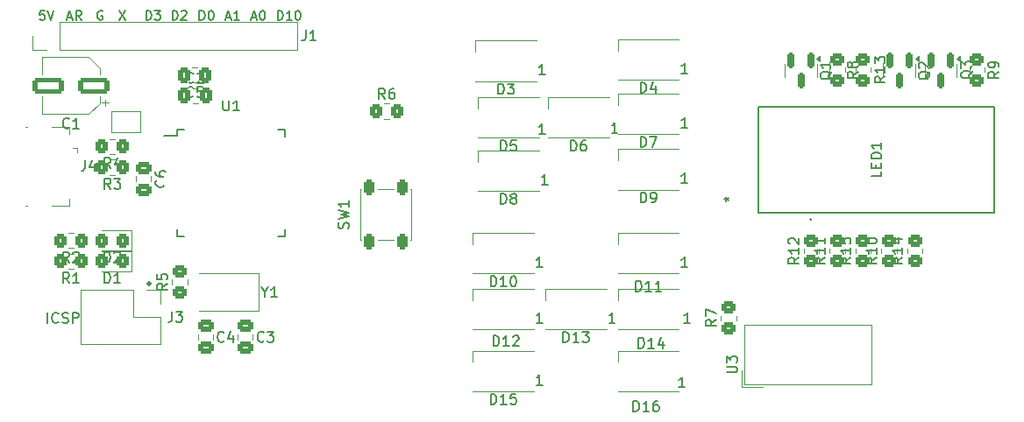
<source format=gto>
G04 #@! TF.GenerationSoftware,KiCad,Pcbnew,8.0.4*
G04 #@! TF.CreationDate,2024-10-24T23:45:57-04:00*
G04 #@! TF.ProjectId,starter_board,73746172-7465-4725-9f62-6f6172642e6b,rev?*
G04 #@! TF.SameCoordinates,Original*
G04 #@! TF.FileFunction,Legend,Top*
G04 #@! TF.FilePolarity,Positive*
%FSLAX46Y46*%
G04 Gerber Fmt 4.6, Leading zero omitted, Abs format (unit mm)*
G04 Created by KiCad (PCBNEW 8.0.4) date 2024-10-24 23:45:57*
%MOMM*%
%LPD*%
G01*
G04 APERTURE LIST*
G04 Aperture macros list*
%AMRoundRect*
0 Rectangle with rounded corners*
0 $1 Rounding radius*
0 $2 $3 $4 $5 $6 $7 $8 $9 X,Y pos of 4 corners*
0 Add a 4 corners polygon primitive as box body*
4,1,4,$2,$3,$4,$5,$6,$7,$8,$9,$2,$3,0*
0 Add four circle primitives for the rounded corners*
1,1,$1+$1,$2,$3*
1,1,$1+$1,$4,$5*
1,1,$1+$1,$6,$7*
1,1,$1+$1,$8,$9*
0 Add four rect primitives between the rounded corners*
20,1,$1+$1,$2,$3,$4,$5,0*
20,1,$1+$1,$4,$5,$6,$7,0*
20,1,$1+$1,$6,$7,$8,$9,0*
20,1,$1+$1,$8,$9,$2,$3,0*%
%AMFreePoly0*
4,1,6,0.500000,-0.750000,-0.650000,-0.750000,-0.150000,0.000000,-0.650000,0.750000,0.500000,0.750000,0.500000,-0.750000,0.500000,-0.750000,$1*%
%AMFreePoly1*
4,1,6,1.000000,0.000000,0.500000,-0.750000,-0.500000,-0.750000,-0.500000,0.750000,0.500000,0.750000,1.000000,0.000000,1.000000,0.000000,$1*%
G04 Aperture macros list end*
%ADD10C,0.375000*%
%ADD11C,0.150000*%
%ADD12C,0.152400*%
%ADD13C,0.120000*%
%ADD14C,0.000000*%
%ADD15C,1.219200*%
%ADD16RoundRect,0.250000X-0.450000X0.350000X-0.450000X-0.350000X0.450000X-0.350000X0.450000X0.350000X0*%
%ADD17R,1.600000X0.850000*%
%ADD18RoundRect,0.250000X0.350000X0.450000X-0.350000X0.450000X-0.350000X-0.450000X0.350000X-0.450000X0*%
%ADD19RoundRect,0.250000X0.250000X-0.525000X0.250000X0.525000X-0.250000X0.525000X-0.250000X-0.525000X0*%
%ADD20RoundRect,0.250000X-0.475000X0.337500X-0.475000X-0.337500X0.475000X-0.337500X0.475000X0.337500X0*%
%ADD21R,1.700000X1.700000*%
%ADD22O,1.700000X1.700000*%
%ADD23R,2.000000X2.400000*%
%ADD24RoundRect,0.150000X-0.150000X0.587500X-0.150000X-0.587500X0.150000X-0.587500X0.150000X0.587500X0*%
%ADD25RoundRect,0.250000X0.450000X-0.350000X0.450000X0.350000X-0.450000X0.350000X-0.450000X-0.350000X0*%
%ADD26C,1.500000*%
%ADD27R,1.500000X1.500000*%
%ADD28RoundRect,0.250000X-0.337500X-0.475000X0.337500X-0.475000X0.337500X0.475000X-0.337500X0.475000X0*%
%ADD29RoundRect,0.250000X0.337500X0.475000X-0.337500X0.475000X-0.337500X-0.475000X0.337500X-0.475000X0*%
%ADD30R,1.400000X0.400000*%
%ADD31O,1.900000X1.050000*%
%ADD32R,1.450000X1.150000*%
%ADD33R,1.900000X1.750000*%
%ADD34RoundRect,0.250000X0.325000X0.450000X-0.325000X0.450000X-0.325000X-0.450000X0.325000X-0.450000X0*%
%ADD35RoundRect,0.250000X-0.350000X-0.450000X0.350000X-0.450000X0.350000X0.450000X-0.350000X0.450000X0*%
%ADD36RoundRect,0.250000X1.250000X0.550000X-1.250000X0.550000X-1.250000X-0.550000X1.250000X-0.550000X0*%
%ADD37FreePoly0,0.000000*%
%ADD38FreePoly1,0.000000*%
%ADD39R,1.500000X0.550000*%
%ADD40R,0.550000X1.500000*%
G04 APERTURE END LIST*
D10*
X60053852Y-151904071D02*
X60125281Y-151975500D01*
X60125281Y-151975500D02*
X60053852Y-152046928D01*
X60053852Y-152046928D02*
X59982424Y-151975500D01*
X59982424Y-151975500D02*
X60053852Y-151904071D01*
X60053852Y-151904071D02*
X60053852Y-152046928D01*
D11*
X72462969Y-126482057D02*
X72462969Y-125582057D01*
X72462969Y-125582057D02*
X72677255Y-125582057D01*
X72677255Y-125582057D02*
X72805826Y-125624914D01*
X72805826Y-125624914D02*
X72891541Y-125710628D01*
X72891541Y-125710628D02*
X72934398Y-125796342D01*
X72934398Y-125796342D02*
X72977255Y-125967771D01*
X72977255Y-125967771D02*
X72977255Y-126096342D01*
X72977255Y-126096342D02*
X72934398Y-126267771D01*
X72934398Y-126267771D02*
X72891541Y-126353485D01*
X72891541Y-126353485D02*
X72805826Y-126439200D01*
X72805826Y-126439200D02*
X72677255Y-126482057D01*
X72677255Y-126482057D02*
X72462969Y-126482057D01*
X73834398Y-126482057D02*
X73320112Y-126482057D01*
X73577255Y-126482057D02*
X73577255Y-125582057D01*
X73577255Y-125582057D02*
X73491541Y-125710628D01*
X73491541Y-125710628D02*
X73405826Y-125796342D01*
X73405826Y-125796342D02*
X73320112Y-125839200D01*
X74391541Y-125582057D02*
X74477255Y-125582057D01*
X74477255Y-125582057D02*
X74562969Y-125624914D01*
X74562969Y-125624914D02*
X74605827Y-125667771D01*
X74605827Y-125667771D02*
X74648684Y-125753485D01*
X74648684Y-125753485D02*
X74691541Y-125924914D01*
X74691541Y-125924914D02*
X74691541Y-126139200D01*
X74691541Y-126139200D02*
X74648684Y-126310628D01*
X74648684Y-126310628D02*
X74605827Y-126396342D01*
X74605827Y-126396342D02*
X74562969Y-126439200D01*
X74562969Y-126439200D02*
X74477255Y-126482057D01*
X74477255Y-126482057D02*
X74391541Y-126482057D01*
X74391541Y-126482057D02*
X74305827Y-126439200D01*
X74305827Y-126439200D02*
X74262969Y-126396342D01*
X74262969Y-126396342D02*
X74220112Y-126310628D01*
X74220112Y-126310628D02*
X74177255Y-126139200D01*
X74177255Y-126139200D02*
X74177255Y-125924914D01*
X74177255Y-125924914D02*
X74220112Y-125753485D01*
X74220112Y-125753485D02*
X74262969Y-125667771D01*
X74262969Y-125667771D02*
X74305827Y-125624914D01*
X74305827Y-125624914D02*
X74391541Y-125582057D01*
X50236779Y-155769819D02*
X50236779Y-154769819D01*
X51284397Y-155674580D02*
X51236778Y-155722200D01*
X51236778Y-155722200D02*
X51093921Y-155769819D01*
X51093921Y-155769819D02*
X50998683Y-155769819D01*
X50998683Y-155769819D02*
X50855826Y-155722200D01*
X50855826Y-155722200D02*
X50760588Y-155626961D01*
X50760588Y-155626961D02*
X50712969Y-155531723D01*
X50712969Y-155531723D02*
X50665350Y-155341247D01*
X50665350Y-155341247D02*
X50665350Y-155198390D01*
X50665350Y-155198390D02*
X50712969Y-155007914D01*
X50712969Y-155007914D02*
X50760588Y-154912676D01*
X50760588Y-154912676D02*
X50855826Y-154817438D01*
X50855826Y-154817438D02*
X50998683Y-154769819D01*
X50998683Y-154769819D02*
X51093921Y-154769819D01*
X51093921Y-154769819D02*
X51236778Y-154817438D01*
X51236778Y-154817438D02*
X51284397Y-154865057D01*
X51665350Y-155722200D02*
X51808207Y-155769819D01*
X51808207Y-155769819D02*
X52046302Y-155769819D01*
X52046302Y-155769819D02*
X52141540Y-155722200D01*
X52141540Y-155722200D02*
X52189159Y-155674580D01*
X52189159Y-155674580D02*
X52236778Y-155579342D01*
X52236778Y-155579342D02*
X52236778Y-155484104D01*
X52236778Y-155484104D02*
X52189159Y-155388866D01*
X52189159Y-155388866D02*
X52141540Y-155341247D01*
X52141540Y-155341247D02*
X52046302Y-155293628D01*
X52046302Y-155293628D02*
X51855826Y-155246009D01*
X51855826Y-155246009D02*
X51760588Y-155198390D01*
X51760588Y-155198390D02*
X51712969Y-155150771D01*
X51712969Y-155150771D02*
X51665350Y-155055533D01*
X51665350Y-155055533D02*
X51665350Y-154960295D01*
X51665350Y-154960295D02*
X51712969Y-154865057D01*
X51712969Y-154865057D02*
X51760588Y-154817438D01*
X51760588Y-154817438D02*
X51855826Y-154769819D01*
X51855826Y-154769819D02*
X52093921Y-154769819D01*
X52093921Y-154769819D02*
X52236778Y-154817438D01*
X52665350Y-155769819D02*
X52665350Y-154769819D01*
X52665350Y-154769819D02*
X53046302Y-154769819D01*
X53046302Y-154769819D02*
X53141540Y-154817438D01*
X53141540Y-154817438D02*
X53189159Y-154865057D01*
X53189159Y-154865057D02*
X53236778Y-154960295D01*
X53236778Y-154960295D02*
X53236778Y-155103152D01*
X53236778Y-155103152D02*
X53189159Y-155198390D01*
X53189159Y-155198390D02*
X53141540Y-155246009D01*
X53141540Y-155246009D02*
X53046302Y-155293628D01*
X53046302Y-155293628D02*
X52665350Y-155293628D01*
X62312969Y-126482057D02*
X62312969Y-125582057D01*
X62312969Y-125582057D02*
X62527255Y-125582057D01*
X62527255Y-125582057D02*
X62655826Y-125624914D01*
X62655826Y-125624914D02*
X62741541Y-125710628D01*
X62741541Y-125710628D02*
X62784398Y-125796342D01*
X62784398Y-125796342D02*
X62827255Y-125967771D01*
X62827255Y-125967771D02*
X62827255Y-126096342D01*
X62827255Y-126096342D02*
X62784398Y-126267771D01*
X62784398Y-126267771D02*
X62741541Y-126353485D01*
X62741541Y-126353485D02*
X62655826Y-126439200D01*
X62655826Y-126439200D02*
X62527255Y-126482057D01*
X62527255Y-126482057D02*
X62312969Y-126482057D01*
X63170112Y-125667771D02*
X63212969Y-125624914D01*
X63212969Y-125624914D02*
X63298684Y-125582057D01*
X63298684Y-125582057D02*
X63512969Y-125582057D01*
X63512969Y-125582057D02*
X63598684Y-125624914D01*
X63598684Y-125624914D02*
X63641541Y-125667771D01*
X63641541Y-125667771D02*
X63684398Y-125753485D01*
X63684398Y-125753485D02*
X63684398Y-125839200D01*
X63684398Y-125839200D02*
X63641541Y-125967771D01*
X63641541Y-125967771D02*
X63127255Y-126482057D01*
X63127255Y-126482057D02*
X63684398Y-126482057D01*
X64912969Y-126482057D02*
X64912969Y-125582057D01*
X64912969Y-125582057D02*
X65127255Y-125582057D01*
X65127255Y-125582057D02*
X65255826Y-125624914D01*
X65255826Y-125624914D02*
X65341541Y-125710628D01*
X65341541Y-125710628D02*
X65384398Y-125796342D01*
X65384398Y-125796342D02*
X65427255Y-125967771D01*
X65427255Y-125967771D02*
X65427255Y-126096342D01*
X65427255Y-126096342D02*
X65384398Y-126267771D01*
X65384398Y-126267771D02*
X65341541Y-126353485D01*
X65341541Y-126353485D02*
X65255826Y-126439200D01*
X65255826Y-126439200D02*
X65127255Y-126482057D01*
X65127255Y-126482057D02*
X64912969Y-126482057D01*
X65984398Y-125582057D02*
X66070112Y-125582057D01*
X66070112Y-125582057D02*
X66155826Y-125624914D01*
X66155826Y-125624914D02*
X66198684Y-125667771D01*
X66198684Y-125667771D02*
X66241541Y-125753485D01*
X66241541Y-125753485D02*
X66284398Y-125924914D01*
X66284398Y-125924914D02*
X66284398Y-126139200D01*
X66284398Y-126139200D02*
X66241541Y-126310628D01*
X66241541Y-126310628D02*
X66198684Y-126396342D01*
X66198684Y-126396342D02*
X66155826Y-126439200D01*
X66155826Y-126439200D02*
X66070112Y-126482057D01*
X66070112Y-126482057D02*
X65984398Y-126482057D01*
X65984398Y-126482057D02*
X65898684Y-126439200D01*
X65898684Y-126439200D02*
X65855826Y-126396342D01*
X65855826Y-126396342D02*
X65812969Y-126310628D01*
X65812969Y-126310628D02*
X65770112Y-126139200D01*
X65770112Y-126139200D02*
X65770112Y-125924914D01*
X65770112Y-125924914D02*
X65812969Y-125753485D01*
X65812969Y-125753485D02*
X65855826Y-125667771D01*
X65855826Y-125667771D02*
X65898684Y-125624914D01*
X65898684Y-125624914D02*
X65984398Y-125582057D01*
X57177255Y-125582057D02*
X57777255Y-126482057D01*
X57777255Y-125582057D02*
X57177255Y-126482057D01*
X52170112Y-126224914D02*
X52598684Y-126224914D01*
X52084398Y-126482057D02*
X52384398Y-125582057D01*
X52384398Y-125582057D02*
X52684398Y-126482057D01*
X53498684Y-126482057D02*
X53198684Y-126053485D01*
X52984398Y-126482057D02*
X52984398Y-125582057D01*
X52984398Y-125582057D02*
X53327255Y-125582057D01*
X53327255Y-125582057D02*
X53412970Y-125624914D01*
X53412970Y-125624914D02*
X53455827Y-125667771D01*
X53455827Y-125667771D02*
X53498684Y-125753485D01*
X53498684Y-125753485D02*
X53498684Y-125882057D01*
X53498684Y-125882057D02*
X53455827Y-125967771D01*
X53455827Y-125967771D02*
X53412970Y-126010628D01*
X53412970Y-126010628D02*
X53327255Y-126053485D01*
X53327255Y-126053485D02*
X52984398Y-126053485D01*
X49941541Y-125582057D02*
X49512969Y-125582057D01*
X49512969Y-125582057D02*
X49470112Y-126010628D01*
X49470112Y-126010628D02*
X49512969Y-125967771D01*
X49512969Y-125967771D02*
X49598684Y-125924914D01*
X49598684Y-125924914D02*
X49812969Y-125924914D01*
X49812969Y-125924914D02*
X49898684Y-125967771D01*
X49898684Y-125967771D02*
X49941541Y-126010628D01*
X49941541Y-126010628D02*
X49984398Y-126096342D01*
X49984398Y-126096342D02*
X49984398Y-126310628D01*
X49984398Y-126310628D02*
X49941541Y-126396342D01*
X49941541Y-126396342D02*
X49898684Y-126439200D01*
X49898684Y-126439200D02*
X49812969Y-126482057D01*
X49812969Y-126482057D02*
X49598684Y-126482057D01*
X49598684Y-126482057D02*
X49512969Y-126439200D01*
X49512969Y-126439200D02*
X49470112Y-126396342D01*
X50241541Y-125582057D02*
X50541541Y-126482057D01*
X50541541Y-126482057D02*
X50841541Y-125582057D01*
X69970112Y-126224914D02*
X70398684Y-126224914D01*
X69884398Y-126482057D02*
X70184398Y-125582057D01*
X70184398Y-125582057D02*
X70484398Y-126482057D01*
X70955827Y-125582057D02*
X71041541Y-125582057D01*
X71041541Y-125582057D02*
X71127255Y-125624914D01*
X71127255Y-125624914D02*
X71170113Y-125667771D01*
X71170113Y-125667771D02*
X71212970Y-125753485D01*
X71212970Y-125753485D02*
X71255827Y-125924914D01*
X71255827Y-125924914D02*
X71255827Y-126139200D01*
X71255827Y-126139200D02*
X71212970Y-126310628D01*
X71212970Y-126310628D02*
X71170113Y-126396342D01*
X71170113Y-126396342D02*
X71127255Y-126439200D01*
X71127255Y-126439200D02*
X71041541Y-126482057D01*
X71041541Y-126482057D02*
X70955827Y-126482057D01*
X70955827Y-126482057D02*
X70870113Y-126439200D01*
X70870113Y-126439200D02*
X70827255Y-126396342D01*
X70827255Y-126396342D02*
X70784398Y-126310628D01*
X70784398Y-126310628D02*
X70741541Y-126139200D01*
X70741541Y-126139200D02*
X70741541Y-125924914D01*
X70741541Y-125924914D02*
X70784398Y-125753485D01*
X70784398Y-125753485D02*
X70827255Y-125667771D01*
X70827255Y-125667771D02*
X70870113Y-125624914D01*
X70870113Y-125624914D02*
X70955827Y-125582057D01*
X55534398Y-125624914D02*
X55448684Y-125582057D01*
X55448684Y-125582057D02*
X55320112Y-125582057D01*
X55320112Y-125582057D02*
X55191541Y-125624914D01*
X55191541Y-125624914D02*
X55105826Y-125710628D01*
X55105826Y-125710628D02*
X55062969Y-125796342D01*
X55062969Y-125796342D02*
X55020112Y-125967771D01*
X55020112Y-125967771D02*
X55020112Y-126096342D01*
X55020112Y-126096342D02*
X55062969Y-126267771D01*
X55062969Y-126267771D02*
X55105826Y-126353485D01*
X55105826Y-126353485D02*
X55191541Y-126439200D01*
X55191541Y-126439200D02*
X55320112Y-126482057D01*
X55320112Y-126482057D02*
X55405826Y-126482057D01*
X55405826Y-126482057D02*
X55534398Y-126439200D01*
X55534398Y-126439200D02*
X55577255Y-126396342D01*
X55577255Y-126396342D02*
X55577255Y-126096342D01*
X55577255Y-126096342D02*
X55405826Y-126096342D01*
X59762969Y-126482057D02*
X59762969Y-125582057D01*
X59762969Y-125582057D02*
X59977255Y-125582057D01*
X59977255Y-125582057D02*
X60105826Y-125624914D01*
X60105826Y-125624914D02*
X60191541Y-125710628D01*
X60191541Y-125710628D02*
X60234398Y-125796342D01*
X60234398Y-125796342D02*
X60277255Y-125967771D01*
X60277255Y-125967771D02*
X60277255Y-126096342D01*
X60277255Y-126096342D02*
X60234398Y-126267771D01*
X60234398Y-126267771D02*
X60191541Y-126353485D01*
X60191541Y-126353485D02*
X60105826Y-126439200D01*
X60105826Y-126439200D02*
X59977255Y-126482057D01*
X59977255Y-126482057D02*
X59762969Y-126482057D01*
X60577255Y-125582057D02*
X61134398Y-125582057D01*
X61134398Y-125582057D02*
X60834398Y-125924914D01*
X60834398Y-125924914D02*
X60962969Y-125924914D01*
X60962969Y-125924914D02*
X61048684Y-125967771D01*
X61048684Y-125967771D02*
X61091541Y-126010628D01*
X61091541Y-126010628D02*
X61134398Y-126096342D01*
X61134398Y-126096342D02*
X61134398Y-126310628D01*
X61134398Y-126310628D02*
X61091541Y-126396342D01*
X61091541Y-126396342D02*
X61048684Y-126439200D01*
X61048684Y-126439200D02*
X60962969Y-126482057D01*
X60962969Y-126482057D02*
X60705826Y-126482057D01*
X60705826Y-126482057D02*
X60620112Y-126439200D01*
X60620112Y-126439200D02*
X60577255Y-126396342D01*
X67470112Y-126224914D02*
X67898684Y-126224914D01*
X67384398Y-126482057D02*
X67684398Y-125582057D01*
X67684398Y-125582057D02*
X67984398Y-126482057D01*
X68755827Y-126482057D02*
X68241541Y-126482057D01*
X68498684Y-126482057D02*
X68498684Y-125582057D01*
X68498684Y-125582057D02*
X68412970Y-125710628D01*
X68412970Y-125710628D02*
X68327255Y-125796342D01*
X68327255Y-125796342D02*
X68241541Y-125839200D01*
X130770819Y-141101047D02*
X130770819Y-141577237D01*
X130770819Y-141577237D02*
X129770819Y-141577237D01*
X130247009Y-140767713D02*
X130247009Y-140434380D01*
X130770819Y-140291523D02*
X130770819Y-140767713D01*
X130770819Y-140767713D02*
X129770819Y-140767713D01*
X129770819Y-140767713D02*
X129770819Y-140291523D01*
X130770819Y-139862951D02*
X129770819Y-139862951D01*
X129770819Y-139862951D02*
X129770819Y-139624856D01*
X129770819Y-139624856D02*
X129818438Y-139481999D01*
X129818438Y-139481999D02*
X129913676Y-139386761D01*
X129913676Y-139386761D02*
X130008914Y-139339142D01*
X130008914Y-139339142D02*
X130199390Y-139291523D01*
X130199390Y-139291523D02*
X130342247Y-139291523D01*
X130342247Y-139291523D02*
X130532723Y-139339142D01*
X130532723Y-139339142D02*
X130627961Y-139386761D01*
X130627961Y-139386761D02*
X130723200Y-139481999D01*
X130723200Y-139481999D02*
X130770819Y-139624856D01*
X130770819Y-139624856D02*
X130770819Y-139862951D01*
X130770819Y-138339142D02*
X130770819Y-138910570D01*
X130770819Y-138624856D02*
X129770819Y-138624856D01*
X129770819Y-138624856D02*
X129913676Y-138720094D01*
X129913676Y-138720094D02*
X130008914Y-138815332D01*
X130008914Y-138815332D02*
X130056533Y-138910570D01*
X115620819Y-143791999D02*
X115858914Y-143791999D01*
X115763676Y-144030094D02*
X115858914Y-143791999D01*
X115858914Y-143791999D02*
X115763676Y-143553904D01*
X116049390Y-143934856D02*
X115858914Y-143791999D01*
X115858914Y-143791999D02*
X116049390Y-143649142D01*
X131110819Y-131934857D02*
X130634628Y-132268190D01*
X131110819Y-132506285D02*
X130110819Y-132506285D01*
X130110819Y-132506285D02*
X130110819Y-132125333D01*
X130110819Y-132125333D02*
X130158438Y-132030095D01*
X130158438Y-132030095D02*
X130206057Y-131982476D01*
X130206057Y-131982476D02*
X130301295Y-131934857D01*
X130301295Y-131934857D02*
X130444152Y-131934857D01*
X130444152Y-131934857D02*
X130539390Y-131982476D01*
X130539390Y-131982476D02*
X130587009Y-132030095D01*
X130587009Y-132030095D02*
X130634628Y-132125333D01*
X130634628Y-132125333D02*
X130634628Y-132506285D01*
X131110819Y-130982476D02*
X131110819Y-131553904D01*
X131110819Y-131268190D02*
X130110819Y-131268190D01*
X130110819Y-131268190D02*
X130253676Y-131363428D01*
X130253676Y-131363428D02*
X130348914Y-131458666D01*
X130348914Y-131458666D02*
X130396533Y-131553904D01*
X130110819Y-130649142D02*
X130110819Y-130030095D01*
X130110819Y-130030095D02*
X130491771Y-130363428D01*
X130491771Y-130363428D02*
X130491771Y-130220571D01*
X130491771Y-130220571D02*
X130539390Y-130125333D01*
X130539390Y-130125333D02*
X130587009Y-130077714D01*
X130587009Y-130077714D02*
X130682247Y-130030095D01*
X130682247Y-130030095D02*
X130920342Y-130030095D01*
X130920342Y-130030095D02*
X131015580Y-130077714D01*
X131015580Y-130077714D02*
X131063200Y-130125333D01*
X131063200Y-130125333D02*
X131110819Y-130220571D01*
X131110819Y-130220571D02*
X131110819Y-130506285D01*
X131110819Y-130506285D02*
X131063200Y-130601523D01*
X131063200Y-130601523D02*
X131015580Y-130649142D01*
X107517905Y-133496819D02*
X107517905Y-132496819D01*
X107517905Y-132496819D02*
X107756000Y-132496819D01*
X107756000Y-132496819D02*
X107898857Y-132544438D01*
X107898857Y-132544438D02*
X107994095Y-132639676D01*
X107994095Y-132639676D02*
X108041714Y-132734914D01*
X108041714Y-132734914D02*
X108089333Y-132925390D01*
X108089333Y-132925390D02*
X108089333Y-133068247D01*
X108089333Y-133068247D02*
X108041714Y-133258723D01*
X108041714Y-133258723D02*
X107994095Y-133353961D01*
X107994095Y-133353961D02*
X107898857Y-133449200D01*
X107898857Y-133449200D02*
X107756000Y-133496819D01*
X107756000Y-133496819D02*
X107517905Y-133496819D01*
X108946476Y-132830152D02*
X108946476Y-133496819D01*
X108708381Y-132449200D02*
X108470286Y-133163485D01*
X108470286Y-133163485D02*
X109089333Y-133163485D01*
X112041714Y-131621819D02*
X111470286Y-131621819D01*
X111756000Y-131621819D02*
X111756000Y-130621819D01*
X111756000Y-130621819D02*
X111660762Y-130764676D01*
X111660762Y-130764676D02*
X111565524Y-130859914D01*
X111565524Y-130859914D02*
X111470286Y-130907533D01*
X52339333Y-149896819D02*
X52006000Y-149420628D01*
X51767905Y-149896819D02*
X51767905Y-148896819D01*
X51767905Y-148896819D02*
X52148857Y-148896819D01*
X52148857Y-148896819D02*
X52244095Y-148944438D01*
X52244095Y-148944438D02*
X52291714Y-148992057D01*
X52291714Y-148992057D02*
X52339333Y-149087295D01*
X52339333Y-149087295D02*
X52339333Y-149230152D01*
X52339333Y-149230152D02*
X52291714Y-149325390D01*
X52291714Y-149325390D02*
X52244095Y-149373009D01*
X52244095Y-149373009D02*
X52148857Y-149420628D01*
X52148857Y-149420628D02*
X51767905Y-149420628D01*
X52720286Y-148992057D02*
X52767905Y-148944438D01*
X52767905Y-148944438D02*
X52863143Y-148896819D01*
X52863143Y-148896819D02*
X53101238Y-148896819D01*
X53101238Y-148896819D02*
X53196476Y-148944438D01*
X53196476Y-148944438D02*
X53244095Y-148992057D01*
X53244095Y-148992057D02*
X53291714Y-149087295D01*
X53291714Y-149087295D02*
X53291714Y-149182533D01*
X53291714Y-149182533D02*
X53244095Y-149325390D01*
X53244095Y-149325390D02*
X52672667Y-149896819D01*
X52672667Y-149896819D02*
X53291714Y-149896819D01*
X56339333Y-142796819D02*
X56006000Y-142320628D01*
X55767905Y-142796819D02*
X55767905Y-141796819D01*
X55767905Y-141796819D02*
X56148857Y-141796819D01*
X56148857Y-141796819D02*
X56244095Y-141844438D01*
X56244095Y-141844438D02*
X56291714Y-141892057D01*
X56291714Y-141892057D02*
X56339333Y-141987295D01*
X56339333Y-141987295D02*
X56339333Y-142130152D01*
X56339333Y-142130152D02*
X56291714Y-142225390D01*
X56291714Y-142225390D02*
X56244095Y-142273009D01*
X56244095Y-142273009D02*
X56148857Y-142320628D01*
X56148857Y-142320628D02*
X55767905Y-142320628D01*
X56672667Y-141796819D02*
X57291714Y-141796819D01*
X57291714Y-141796819D02*
X56958381Y-142177771D01*
X56958381Y-142177771D02*
X57101238Y-142177771D01*
X57101238Y-142177771D02*
X57196476Y-142225390D01*
X57196476Y-142225390D02*
X57244095Y-142273009D01*
X57244095Y-142273009D02*
X57291714Y-142368247D01*
X57291714Y-142368247D02*
X57291714Y-142606342D01*
X57291714Y-142606342D02*
X57244095Y-142701580D01*
X57244095Y-142701580D02*
X57196476Y-142749200D01*
X57196476Y-142749200D02*
X57101238Y-142796819D01*
X57101238Y-142796819D02*
X56815524Y-142796819D01*
X56815524Y-142796819D02*
X56720286Y-142749200D01*
X56720286Y-142749200D02*
X56672667Y-142701580D01*
X79263200Y-146625332D02*
X79310819Y-146482475D01*
X79310819Y-146482475D02*
X79310819Y-146244380D01*
X79310819Y-146244380D02*
X79263200Y-146149142D01*
X79263200Y-146149142D02*
X79215580Y-146101523D01*
X79215580Y-146101523D02*
X79120342Y-146053904D01*
X79120342Y-146053904D02*
X79025104Y-146053904D01*
X79025104Y-146053904D02*
X78929866Y-146101523D01*
X78929866Y-146101523D02*
X78882247Y-146149142D01*
X78882247Y-146149142D02*
X78834628Y-146244380D01*
X78834628Y-146244380D02*
X78787009Y-146434856D01*
X78787009Y-146434856D02*
X78739390Y-146530094D01*
X78739390Y-146530094D02*
X78691771Y-146577713D01*
X78691771Y-146577713D02*
X78596533Y-146625332D01*
X78596533Y-146625332D02*
X78501295Y-146625332D01*
X78501295Y-146625332D02*
X78406057Y-146577713D01*
X78406057Y-146577713D02*
X78358438Y-146530094D01*
X78358438Y-146530094D02*
X78310819Y-146434856D01*
X78310819Y-146434856D02*
X78310819Y-146196761D01*
X78310819Y-146196761D02*
X78358438Y-146053904D01*
X78310819Y-145720570D02*
X79310819Y-145482475D01*
X79310819Y-145482475D02*
X78596533Y-145291999D01*
X78596533Y-145291999D02*
X79310819Y-145101523D01*
X79310819Y-145101523D02*
X78310819Y-144863428D01*
X79310819Y-143958666D02*
X79310819Y-144530094D01*
X79310819Y-144244380D02*
X78310819Y-144244380D01*
X78310819Y-144244380D02*
X78453676Y-144339618D01*
X78453676Y-144339618D02*
X78548914Y-144434856D01*
X78548914Y-144434856D02*
X78596533Y-144530094D01*
X128510819Y-131458666D02*
X128034628Y-131791999D01*
X128510819Y-132030094D02*
X127510819Y-132030094D01*
X127510819Y-132030094D02*
X127510819Y-131649142D01*
X127510819Y-131649142D02*
X127558438Y-131553904D01*
X127558438Y-131553904D02*
X127606057Y-131506285D01*
X127606057Y-131506285D02*
X127701295Y-131458666D01*
X127701295Y-131458666D02*
X127844152Y-131458666D01*
X127844152Y-131458666D02*
X127939390Y-131506285D01*
X127939390Y-131506285D02*
X127987009Y-131553904D01*
X127987009Y-131553904D02*
X128034628Y-131649142D01*
X128034628Y-131649142D02*
X128034628Y-132030094D01*
X127939390Y-130887237D02*
X127891771Y-130982475D01*
X127891771Y-130982475D02*
X127844152Y-131030094D01*
X127844152Y-131030094D02*
X127748914Y-131077713D01*
X127748914Y-131077713D02*
X127701295Y-131077713D01*
X127701295Y-131077713D02*
X127606057Y-131030094D01*
X127606057Y-131030094D02*
X127558438Y-130982475D01*
X127558438Y-130982475D02*
X127510819Y-130887237D01*
X127510819Y-130887237D02*
X127510819Y-130696761D01*
X127510819Y-130696761D02*
X127558438Y-130601523D01*
X127558438Y-130601523D02*
X127606057Y-130553904D01*
X127606057Y-130553904D02*
X127701295Y-130506285D01*
X127701295Y-130506285D02*
X127748914Y-130506285D01*
X127748914Y-130506285D02*
X127844152Y-130553904D01*
X127844152Y-130553904D02*
X127891771Y-130601523D01*
X127891771Y-130601523D02*
X127939390Y-130696761D01*
X127939390Y-130696761D02*
X127939390Y-130887237D01*
X127939390Y-130887237D02*
X127987009Y-130982475D01*
X127987009Y-130982475D02*
X128034628Y-131030094D01*
X128034628Y-131030094D02*
X128129866Y-131077713D01*
X128129866Y-131077713D02*
X128320342Y-131077713D01*
X128320342Y-131077713D02*
X128415580Y-131030094D01*
X128415580Y-131030094D02*
X128463200Y-130982475D01*
X128463200Y-130982475D02*
X128510819Y-130887237D01*
X128510819Y-130887237D02*
X128510819Y-130696761D01*
X128510819Y-130696761D02*
X128463200Y-130601523D01*
X128463200Y-130601523D02*
X128415580Y-130553904D01*
X128415580Y-130553904D02*
X128320342Y-130506285D01*
X128320342Y-130506285D02*
X128129866Y-130506285D01*
X128129866Y-130506285D02*
X128034628Y-130553904D01*
X128034628Y-130553904D02*
X127987009Y-130601523D01*
X127987009Y-130601523D02*
X127939390Y-130696761D01*
X93291714Y-157996819D02*
X93291714Y-156996819D01*
X93291714Y-156996819D02*
X93529809Y-156996819D01*
X93529809Y-156996819D02*
X93672666Y-157044438D01*
X93672666Y-157044438D02*
X93767904Y-157139676D01*
X93767904Y-157139676D02*
X93815523Y-157234914D01*
X93815523Y-157234914D02*
X93863142Y-157425390D01*
X93863142Y-157425390D02*
X93863142Y-157568247D01*
X93863142Y-157568247D02*
X93815523Y-157758723D01*
X93815523Y-157758723D02*
X93767904Y-157853961D01*
X93767904Y-157853961D02*
X93672666Y-157949200D01*
X93672666Y-157949200D02*
X93529809Y-157996819D01*
X93529809Y-157996819D02*
X93291714Y-157996819D01*
X94815523Y-157996819D02*
X94244095Y-157996819D01*
X94529809Y-157996819D02*
X94529809Y-156996819D01*
X94529809Y-156996819D02*
X94434571Y-157139676D01*
X94434571Y-157139676D02*
X94339333Y-157234914D01*
X94339333Y-157234914D02*
X94244095Y-157282533D01*
X95196476Y-157092057D02*
X95244095Y-157044438D01*
X95244095Y-157044438D02*
X95339333Y-156996819D01*
X95339333Y-156996819D02*
X95577428Y-156996819D01*
X95577428Y-156996819D02*
X95672666Y-157044438D01*
X95672666Y-157044438D02*
X95720285Y-157092057D01*
X95720285Y-157092057D02*
X95767904Y-157187295D01*
X95767904Y-157187295D02*
X95767904Y-157282533D01*
X95767904Y-157282533D02*
X95720285Y-157425390D01*
X95720285Y-157425390D02*
X95148857Y-157996819D01*
X95148857Y-157996819D02*
X95767904Y-157996819D01*
X98041714Y-155746819D02*
X97470286Y-155746819D01*
X97756000Y-155746819D02*
X97756000Y-154746819D01*
X97756000Y-154746819D02*
X97660762Y-154889676D01*
X97660762Y-154889676D02*
X97565524Y-154984914D01*
X97565524Y-154984914D02*
X97470286Y-155032533D01*
X71133333Y-157509580D02*
X71085714Y-157557200D01*
X71085714Y-157557200D02*
X70942857Y-157604819D01*
X70942857Y-157604819D02*
X70847619Y-157604819D01*
X70847619Y-157604819D02*
X70704762Y-157557200D01*
X70704762Y-157557200D02*
X70609524Y-157461961D01*
X70609524Y-157461961D02*
X70561905Y-157366723D01*
X70561905Y-157366723D02*
X70514286Y-157176247D01*
X70514286Y-157176247D02*
X70514286Y-157033390D01*
X70514286Y-157033390D02*
X70561905Y-156842914D01*
X70561905Y-156842914D02*
X70609524Y-156747676D01*
X70609524Y-156747676D02*
X70704762Y-156652438D01*
X70704762Y-156652438D02*
X70847619Y-156604819D01*
X70847619Y-156604819D02*
X70942857Y-156604819D01*
X70942857Y-156604819D02*
X71085714Y-156652438D01*
X71085714Y-156652438D02*
X71133333Y-156700057D01*
X71466667Y-156604819D02*
X72085714Y-156604819D01*
X72085714Y-156604819D02*
X71752381Y-156985771D01*
X71752381Y-156985771D02*
X71895238Y-156985771D01*
X71895238Y-156985771D02*
X71990476Y-157033390D01*
X71990476Y-157033390D02*
X72038095Y-157081009D01*
X72038095Y-157081009D02*
X72085714Y-157176247D01*
X72085714Y-157176247D02*
X72085714Y-157414342D01*
X72085714Y-157414342D02*
X72038095Y-157509580D01*
X72038095Y-157509580D02*
X71990476Y-157557200D01*
X71990476Y-157557200D02*
X71895238Y-157604819D01*
X71895238Y-157604819D02*
X71609524Y-157604819D01*
X71609524Y-157604819D02*
X71514286Y-157557200D01*
X71514286Y-157557200D02*
X71466667Y-157509580D01*
X62266666Y-154654819D02*
X62266666Y-155369104D01*
X62266666Y-155369104D02*
X62219047Y-155511961D01*
X62219047Y-155511961D02*
X62123809Y-155607200D01*
X62123809Y-155607200D02*
X61980952Y-155654819D01*
X61980952Y-155654819D02*
X61885714Y-155654819D01*
X62647619Y-154654819D02*
X63266666Y-154654819D01*
X63266666Y-154654819D02*
X62933333Y-155035771D01*
X62933333Y-155035771D02*
X63076190Y-155035771D01*
X63076190Y-155035771D02*
X63171428Y-155083390D01*
X63171428Y-155083390D02*
X63219047Y-155131009D01*
X63219047Y-155131009D02*
X63266666Y-155226247D01*
X63266666Y-155226247D02*
X63266666Y-155464342D01*
X63266666Y-155464342D02*
X63219047Y-155559580D01*
X63219047Y-155559580D02*
X63171428Y-155607200D01*
X63171428Y-155607200D02*
X63076190Y-155654819D01*
X63076190Y-155654819D02*
X62790476Y-155654819D01*
X62790476Y-155654819D02*
X62695238Y-155607200D01*
X62695238Y-155607200D02*
X62647619Y-155559580D01*
X107517905Y-144121819D02*
X107517905Y-143121819D01*
X107517905Y-143121819D02*
X107756000Y-143121819D01*
X107756000Y-143121819D02*
X107898857Y-143169438D01*
X107898857Y-143169438D02*
X107994095Y-143264676D01*
X107994095Y-143264676D02*
X108041714Y-143359914D01*
X108041714Y-143359914D02*
X108089333Y-143550390D01*
X108089333Y-143550390D02*
X108089333Y-143693247D01*
X108089333Y-143693247D02*
X108041714Y-143883723D01*
X108041714Y-143883723D02*
X107994095Y-143978961D01*
X107994095Y-143978961D02*
X107898857Y-144074200D01*
X107898857Y-144074200D02*
X107756000Y-144121819D01*
X107756000Y-144121819D02*
X107517905Y-144121819D01*
X108565524Y-144121819D02*
X108756000Y-144121819D01*
X108756000Y-144121819D02*
X108851238Y-144074200D01*
X108851238Y-144074200D02*
X108898857Y-144026580D01*
X108898857Y-144026580D02*
X108994095Y-143883723D01*
X108994095Y-143883723D02*
X109041714Y-143693247D01*
X109041714Y-143693247D02*
X109041714Y-143312295D01*
X109041714Y-143312295D02*
X108994095Y-143217057D01*
X108994095Y-143217057D02*
X108946476Y-143169438D01*
X108946476Y-143169438D02*
X108851238Y-143121819D01*
X108851238Y-143121819D02*
X108660762Y-143121819D01*
X108660762Y-143121819D02*
X108565524Y-143169438D01*
X108565524Y-143169438D02*
X108517905Y-143217057D01*
X108517905Y-143217057D02*
X108470286Y-143312295D01*
X108470286Y-143312295D02*
X108470286Y-143550390D01*
X108470286Y-143550390D02*
X108517905Y-143645628D01*
X108517905Y-143645628D02*
X108565524Y-143693247D01*
X108565524Y-143693247D02*
X108660762Y-143740866D01*
X108660762Y-143740866D02*
X108851238Y-143740866D01*
X108851238Y-143740866D02*
X108946476Y-143693247D01*
X108946476Y-143693247D02*
X108994095Y-143645628D01*
X108994095Y-143645628D02*
X109041714Y-143550390D01*
X112041714Y-142246819D02*
X111470286Y-142246819D01*
X111756000Y-142246819D02*
X111756000Y-141246819D01*
X111756000Y-141246819D02*
X111660762Y-141389676D01*
X111660762Y-141389676D02*
X111565524Y-141484914D01*
X111565524Y-141484914D02*
X111470286Y-141532533D01*
X106811714Y-164296819D02*
X106811714Y-163296819D01*
X106811714Y-163296819D02*
X107049809Y-163296819D01*
X107049809Y-163296819D02*
X107192666Y-163344438D01*
X107192666Y-163344438D02*
X107287904Y-163439676D01*
X107287904Y-163439676D02*
X107335523Y-163534914D01*
X107335523Y-163534914D02*
X107383142Y-163725390D01*
X107383142Y-163725390D02*
X107383142Y-163868247D01*
X107383142Y-163868247D02*
X107335523Y-164058723D01*
X107335523Y-164058723D02*
X107287904Y-164153961D01*
X107287904Y-164153961D02*
X107192666Y-164249200D01*
X107192666Y-164249200D02*
X107049809Y-164296819D01*
X107049809Y-164296819D02*
X106811714Y-164296819D01*
X108335523Y-164296819D02*
X107764095Y-164296819D01*
X108049809Y-164296819D02*
X108049809Y-163296819D01*
X108049809Y-163296819D02*
X107954571Y-163439676D01*
X107954571Y-163439676D02*
X107859333Y-163534914D01*
X107859333Y-163534914D02*
X107764095Y-163582533D01*
X109192666Y-163296819D02*
X109002190Y-163296819D01*
X109002190Y-163296819D02*
X108906952Y-163344438D01*
X108906952Y-163344438D02*
X108859333Y-163392057D01*
X108859333Y-163392057D02*
X108764095Y-163534914D01*
X108764095Y-163534914D02*
X108716476Y-163725390D01*
X108716476Y-163725390D02*
X108716476Y-164106342D01*
X108716476Y-164106342D02*
X108764095Y-164201580D01*
X108764095Y-164201580D02*
X108811714Y-164249200D01*
X108811714Y-164249200D02*
X108906952Y-164296819D01*
X108906952Y-164296819D02*
X109097428Y-164296819D01*
X109097428Y-164296819D02*
X109192666Y-164249200D01*
X109192666Y-164249200D02*
X109240285Y-164201580D01*
X109240285Y-164201580D02*
X109287904Y-164106342D01*
X109287904Y-164106342D02*
X109287904Y-163868247D01*
X109287904Y-163868247D02*
X109240285Y-163773009D01*
X109240285Y-163773009D02*
X109192666Y-163725390D01*
X109192666Y-163725390D02*
X109097428Y-163677771D01*
X109097428Y-163677771D02*
X108906952Y-163677771D01*
X108906952Y-163677771D02*
X108811714Y-163725390D01*
X108811714Y-163725390D02*
X108764095Y-163773009D01*
X108764095Y-163773009D02*
X108716476Y-163868247D01*
X111791714Y-161996819D02*
X111220286Y-161996819D01*
X111506000Y-161996819D02*
X111506000Y-160996819D01*
X111506000Y-160996819D02*
X111410762Y-161139676D01*
X111410762Y-161139676D02*
X111315524Y-161234914D01*
X111315524Y-161234914D02*
X111220286Y-161282533D01*
X93041714Y-152246819D02*
X93041714Y-151246819D01*
X93041714Y-151246819D02*
X93279809Y-151246819D01*
X93279809Y-151246819D02*
X93422666Y-151294438D01*
X93422666Y-151294438D02*
X93517904Y-151389676D01*
X93517904Y-151389676D02*
X93565523Y-151484914D01*
X93565523Y-151484914D02*
X93613142Y-151675390D01*
X93613142Y-151675390D02*
X93613142Y-151818247D01*
X93613142Y-151818247D02*
X93565523Y-152008723D01*
X93565523Y-152008723D02*
X93517904Y-152103961D01*
X93517904Y-152103961D02*
X93422666Y-152199200D01*
X93422666Y-152199200D02*
X93279809Y-152246819D01*
X93279809Y-152246819D02*
X93041714Y-152246819D01*
X94565523Y-152246819D02*
X93994095Y-152246819D01*
X94279809Y-152246819D02*
X94279809Y-151246819D01*
X94279809Y-151246819D02*
X94184571Y-151389676D01*
X94184571Y-151389676D02*
X94089333Y-151484914D01*
X94089333Y-151484914D02*
X93994095Y-151532533D01*
X95184571Y-151246819D02*
X95279809Y-151246819D01*
X95279809Y-151246819D02*
X95375047Y-151294438D01*
X95375047Y-151294438D02*
X95422666Y-151342057D01*
X95422666Y-151342057D02*
X95470285Y-151437295D01*
X95470285Y-151437295D02*
X95517904Y-151627771D01*
X95517904Y-151627771D02*
X95517904Y-151865866D01*
X95517904Y-151865866D02*
X95470285Y-152056342D01*
X95470285Y-152056342D02*
X95422666Y-152151580D01*
X95422666Y-152151580D02*
X95375047Y-152199200D01*
X95375047Y-152199200D02*
X95279809Y-152246819D01*
X95279809Y-152246819D02*
X95184571Y-152246819D01*
X95184571Y-152246819D02*
X95089333Y-152199200D01*
X95089333Y-152199200D02*
X95041714Y-152151580D01*
X95041714Y-152151580D02*
X94994095Y-152056342D01*
X94994095Y-152056342D02*
X94946476Y-151865866D01*
X94946476Y-151865866D02*
X94946476Y-151627771D01*
X94946476Y-151627771D02*
X94994095Y-151437295D01*
X94994095Y-151437295D02*
X95041714Y-151342057D01*
X95041714Y-151342057D02*
X95089333Y-151294438D01*
X95089333Y-151294438D02*
X95184571Y-151246819D01*
X98041714Y-150371819D02*
X97470286Y-150371819D01*
X97756000Y-150371819D02*
X97756000Y-149371819D01*
X97756000Y-149371819D02*
X97660762Y-149514676D01*
X97660762Y-149514676D02*
X97565524Y-149609914D01*
X97565524Y-149609914D02*
X97470286Y-149657533D01*
X71223809Y-152778628D02*
X71223809Y-153254819D01*
X70890476Y-152254819D02*
X71223809Y-152778628D01*
X71223809Y-152778628D02*
X71557142Y-152254819D01*
X72414285Y-153254819D02*
X71842857Y-153254819D01*
X72128571Y-153254819D02*
X72128571Y-152254819D01*
X72128571Y-152254819D02*
X72033333Y-152397676D01*
X72033333Y-152397676D02*
X71938095Y-152492914D01*
X71938095Y-152492914D02*
X71842857Y-152540533D01*
X93041714Y-163621819D02*
X93041714Y-162621819D01*
X93041714Y-162621819D02*
X93279809Y-162621819D01*
X93279809Y-162621819D02*
X93422666Y-162669438D01*
X93422666Y-162669438D02*
X93517904Y-162764676D01*
X93517904Y-162764676D02*
X93565523Y-162859914D01*
X93565523Y-162859914D02*
X93613142Y-163050390D01*
X93613142Y-163050390D02*
X93613142Y-163193247D01*
X93613142Y-163193247D02*
X93565523Y-163383723D01*
X93565523Y-163383723D02*
X93517904Y-163478961D01*
X93517904Y-163478961D02*
X93422666Y-163574200D01*
X93422666Y-163574200D02*
X93279809Y-163621819D01*
X93279809Y-163621819D02*
X93041714Y-163621819D01*
X94565523Y-163621819D02*
X93994095Y-163621819D01*
X94279809Y-163621819D02*
X94279809Y-162621819D01*
X94279809Y-162621819D02*
X94184571Y-162764676D01*
X94184571Y-162764676D02*
X94089333Y-162859914D01*
X94089333Y-162859914D02*
X93994095Y-162907533D01*
X95470285Y-162621819D02*
X94994095Y-162621819D01*
X94994095Y-162621819D02*
X94946476Y-163098009D01*
X94946476Y-163098009D02*
X94994095Y-163050390D01*
X94994095Y-163050390D02*
X95089333Y-163002771D01*
X95089333Y-163002771D02*
X95327428Y-163002771D01*
X95327428Y-163002771D02*
X95422666Y-163050390D01*
X95422666Y-163050390D02*
X95470285Y-163098009D01*
X95470285Y-163098009D02*
X95517904Y-163193247D01*
X95517904Y-163193247D02*
X95517904Y-163431342D01*
X95517904Y-163431342D02*
X95470285Y-163526580D01*
X95470285Y-163526580D02*
X95422666Y-163574200D01*
X95422666Y-163574200D02*
X95327428Y-163621819D01*
X95327428Y-163621819D02*
X95089333Y-163621819D01*
X95089333Y-163621819D02*
X94994095Y-163574200D01*
X94994095Y-163574200D02*
X94946476Y-163526580D01*
X98041714Y-161746819D02*
X97470286Y-161746819D01*
X97756000Y-161746819D02*
X97756000Y-160746819D01*
X97756000Y-160746819D02*
X97660762Y-160889676D01*
X97660762Y-160889676D02*
X97565524Y-160984914D01*
X97565524Y-160984914D02*
X97470286Y-161032533D01*
X135456057Y-131449738D02*
X135408438Y-131544976D01*
X135408438Y-131544976D02*
X135313200Y-131640214D01*
X135313200Y-131640214D02*
X135170342Y-131783071D01*
X135170342Y-131783071D02*
X135122723Y-131878309D01*
X135122723Y-131878309D02*
X135122723Y-131973547D01*
X135360819Y-131925928D02*
X135313200Y-132021166D01*
X135313200Y-132021166D02*
X135217961Y-132116404D01*
X135217961Y-132116404D02*
X135027485Y-132164023D01*
X135027485Y-132164023D02*
X134694152Y-132164023D01*
X134694152Y-132164023D02*
X134503676Y-132116404D01*
X134503676Y-132116404D02*
X134408438Y-132021166D01*
X134408438Y-132021166D02*
X134360819Y-131925928D01*
X134360819Y-131925928D02*
X134360819Y-131735452D01*
X134360819Y-131735452D02*
X134408438Y-131640214D01*
X134408438Y-131640214D02*
X134503676Y-131544976D01*
X134503676Y-131544976D02*
X134694152Y-131497357D01*
X134694152Y-131497357D02*
X135027485Y-131497357D01*
X135027485Y-131497357D02*
X135217961Y-131544976D01*
X135217961Y-131544976D02*
X135313200Y-131640214D01*
X135313200Y-131640214D02*
X135360819Y-131735452D01*
X135360819Y-131735452D02*
X135360819Y-131925928D01*
X134456057Y-131116404D02*
X134408438Y-131068785D01*
X134408438Y-131068785D02*
X134360819Y-130973547D01*
X134360819Y-130973547D02*
X134360819Y-130735452D01*
X134360819Y-130735452D02*
X134408438Y-130640214D01*
X134408438Y-130640214D02*
X134456057Y-130592595D01*
X134456057Y-130592595D02*
X134551295Y-130544976D01*
X134551295Y-130544976D02*
X134646533Y-130544976D01*
X134646533Y-130544976D02*
X134789390Y-130592595D01*
X134789390Y-130592595D02*
X135360819Y-131164023D01*
X135360819Y-131164023D02*
X135360819Y-130544976D01*
X114810819Y-155458666D02*
X114334628Y-155791999D01*
X114810819Y-156030094D02*
X113810819Y-156030094D01*
X113810819Y-156030094D02*
X113810819Y-155649142D01*
X113810819Y-155649142D02*
X113858438Y-155553904D01*
X113858438Y-155553904D02*
X113906057Y-155506285D01*
X113906057Y-155506285D02*
X114001295Y-155458666D01*
X114001295Y-155458666D02*
X114144152Y-155458666D01*
X114144152Y-155458666D02*
X114239390Y-155506285D01*
X114239390Y-155506285D02*
X114287009Y-155553904D01*
X114287009Y-155553904D02*
X114334628Y-155649142D01*
X114334628Y-155649142D02*
X114334628Y-156030094D01*
X113810819Y-155125332D02*
X113810819Y-154458666D01*
X113810819Y-154458666D02*
X114810819Y-154887237D01*
X132810819Y-149434857D02*
X132334628Y-149768190D01*
X132810819Y-150006285D02*
X131810819Y-150006285D01*
X131810819Y-150006285D02*
X131810819Y-149625333D01*
X131810819Y-149625333D02*
X131858438Y-149530095D01*
X131858438Y-149530095D02*
X131906057Y-149482476D01*
X131906057Y-149482476D02*
X132001295Y-149434857D01*
X132001295Y-149434857D02*
X132144152Y-149434857D01*
X132144152Y-149434857D02*
X132239390Y-149482476D01*
X132239390Y-149482476D02*
X132287009Y-149530095D01*
X132287009Y-149530095D02*
X132334628Y-149625333D01*
X132334628Y-149625333D02*
X132334628Y-150006285D01*
X132810819Y-148482476D02*
X132810819Y-149053904D01*
X132810819Y-148768190D02*
X131810819Y-148768190D01*
X131810819Y-148768190D02*
X131953676Y-148863428D01*
X131953676Y-148863428D02*
X132048914Y-148958666D01*
X132048914Y-148958666D02*
X132096533Y-149053904D01*
X132144152Y-147625333D02*
X132810819Y-147625333D01*
X131763200Y-147863428D02*
X132477485Y-148101523D01*
X132477485Y-148101523D02*
X132477485Y-147482476D01*
X61545580Y-141996166D02*
X61593200Y-142043785D01*
X61593200Y-142043785D02*
X61640819Y-142186642D01*
X61640819Y-142186642D02*
X61640819Y-142281880D01*
X61640819Y-142281880D02*
X61593200Y-142424737D01*
X61593200Y-142424737D02*
X61497961Y-142519975D01*
X61497961Y-142519975D02*
X61402723Y-142567594D01*
X61402723Y-142567594D02*
X61212247Y-142615213D01*
X61212247Y-142615213D02*
X61069390Y-142615213D01*
X61069390Y-142615213D02*
X60878914Y-142567594D01*
X60878914Y-142567594D02*
X60783676Y-142519975D01*
X60783676Y-142519975D02*
X60688438Y-142424737D01*
X60688438Y-142424737D02*
X60640819Y-142281880D01*
X60640819Y-142281880D02*
X60640819Y-142186642D01*
X60640819Y-142186642D02*
X60688438Y-142043785D01*
X60688438Y-142043785D02*
X60736057Y-141996166D01*
X60640819Y-141139023D02*
X60640819Y-141329499D01*
X60640819Y-141329499D02*
X60688438Y-141424737D01*
X60688438Y-141424737D02*
X60736057Y-141472356D01*
X60736057Y-141472356D02*
X60878914Y-141567594D01*
X60878914Y-141567594D02*
X61069390Y-141615213D01*
X61069390Y-141615213D02*
X61450342Y-141615213D01*
X61450342Y-141615213D02*
X61545580Y-141567594D01*
X61545580Y-141567594D02*
X61593200Y-141519975D01*
X61593200Y-141519975D02*
X61640819Y-141424737D01*
X61640819Y-141424737D02*
X61640819Y-141234261D01*
X61640819Y-141234261D02*
X61593200Y-141139023D01*
X61593200Y-141139023D02*
X61545580Y-141091404D01*
X61545580Y-141091404D02*
X61450342Y-141043785D01*
X61450342Y-141043785D02*
X61212247Y-141043785D01*
X61212247Y-141043785D02*
X61117009Y-141091404D01*
X61117009Y-141091404D02*
X61069390Y-141139023D01*
X61069390Y-141139023D02*
X61021771Y-141234261D01*
X61021771Y-141234261D02*
X61021771Y-141424737D01*
X61021771Y-141424737D02*
X61069390Y-141519975D01*
X61069390Y-141519975D02*
X61117009Y-141567594D01*
X61117009Y-141567594D02*
X61212247Y-141615213D01*
X100041714Y-157621819D02*
X100041714Y-156621819D01*
X100041714Y-156621819D02*
X100279809Y-156621819D01*
X100279809Y-156621819D02*
X100422666Y-156669438D01*
X100422666Y-156669438D02*
X100517904Y-156764676D01*
X100517904Y-156764676D02*
X100565523Y-156859914D01*
X100565523Y-156859914D02*
X100613142Y-157050390D01*
X100613142Y-157050390D02*
X100613142Y-157193247D01*
X100613142Y-157193247D02*
X100565523Y-157383723D01*
X100565523Y-157383723D02*
X100517904Y-157478961D01*
X100517904Y-157478961D02*
X100422666Y-157574200D01*
X100422666Y-157574200D02*
X100279809Y-157621819D01*
X100279809Y-157621819D02*
X100041714Y-157621819D01*
X101565523Y-157621819D02*
X100994095Y-157621819D01*
X101279809Y-157621819D02*
X101279809Y-156621819D01*
X101279809Y-156621819D02*
X101184571Y-156764676D01*
X101184571Y-156764676D02*
X101089333Y-156859914D01*
X101089333Y-156859914D02*
X100994095Y-156907533D01*
X101898857Y-156621819D02*
X102517904Y-156621819D01*
X102517904Y-156621819D02*
X102184571Y-157002771D01*
X102184571Y-157002771D02*
X102327428Y-157002771D01*
X102327428Y-157002771D02*
X102422666Y-157050390D01*
X102422666Y-157050390D02*
X102470285Y-157098009D01*
X102470285Y-157098009D02*
X102517904Y-157193247D01*
X102517904Y-157193247D02*
X102517904Y-157431342D01*
X102517904Y-157431342D02*
X102470285Y-157526580D01*
X102470285Y-157526580D02*
X102422666Y-157574200D01*
X102422666Y-157574200D02*
X102327428Y-157621819D01*
X102327428Y-157621819D02*
X102041714Y-157621819D01*
X102041714Y-157621819D02*
X101946476Y-157574200D01*
X101946476Y-157574200D02*
X101898857Y-157526580D01*
X105041714Y-155746819D02*
X104470286Y-155746819D01*
X104756000Y-155746819D02*
X104756000Y-154746819D01*
X104756000Y-154746819D02*
X104660762Y-154889676D01*
X104660762Y-154889676D02*
X104565524Y-154984914D01*
X104565524Y-154984914D02*
X104470286Y-155032533D01*
X75166666Y-127454819D02*
X75166666Y-128169104D01*
X75166666Y-128169104D02*
X75119047Y-128311961D01*
X75119047Y-128311961D02*
X75023809Y-128407200D01*
X75023809Y-128407200D02*
X74880952Y-128454819D01*
X74880952Y-128454819D02*
X74785714Y-128454819D01*
X76166666Y-128454819D02*
X75595238Y-128454819D01*
X75880952Y-128454819D02*
X75880952Y-127454819D01*
X75880952Y-127454819D02*
X75785714Y-127597676D01*
X75785714Y-127597676D02*
X75690476Y-127692914D01*
X75690476Y-127692914D02*
X75595238Y-127740533D01*
X115840819Y-160553904D02*
X116650342Y-160553904D01*
X116650342Y-160553904D02*
X116745580Y-160506285D01*
X116745580Y-160506285D02*
X116793200Y-160458666D01*
X116793200Y-160458666D02*
X116840819Y-160363428D01*
X116840819Y-160363428D02*
X116840819Y-160172952D01*
X116840819Y-160172952D02*
X116793200Y-160077714D01*
X116793200Y-160077714D02*
X116745580Y-160030095D01*
X116745580Y-160030095D02*
X116650342Y-159982476D01*
X116650342Y-159982476D02*
X115840819Y-159982476D01*
X115840819Y-159601523D02*
X115840819Y-158982476D01*
X115840819Y-158982476D02*
X116221771Y-159315809D01*
X116221771Y-159315809D02*
X116221771Y-159172952D01*
X116221771Y-159172952D02*
X116269390Y-159077714D01*
X116269390Y-159077714D02*
X116317009Y-159030095D01*
X116317009Y-159030095D02*
X116412247Y-158982476D01*
X116412247Y-158982476D02*
X116650342Y-158982476D01*
X116650342Y-158982476D02*
X116745580Y-159030095D01*
X116745580Y-159030095D02*
X116793200Y-159077714D01*
X116793200Y-159077714D02*
X116840819Y-159172952D01*
X116840819Y-159172952D02*
X116840819Y-159458666D01*
X116840819Y-159458666D02*
X116793200Y-159553904D01*
X116793200Y-159553904D02*
X116745580Y-159601523D01*
X64339333Y-132471580D02*
X64291714Y-132519200D01*
X64291714Y-132519200D02*
X64148857Y-132566819D01*
X64148857Y-132566819D02*
X64053619Y-132566819D01*
X64053619Y-132566819D02*
X63910762Y-132519200D01*
X63910762Y-132519200D02*
X63815524Y-132423961D01*
X63815524Y-132423961D02*
X63767905Y-132328723D01*
X63767905Y-132328723D02*
X63720286Y-132138247D01*
X63720286Y-132138247D02*
X63720286Y-131995390D01*
X63720286Y-131995390D02*
X63767905Y-131804914D01*
X63767905Y-131804914D02*
X63815524Y-131709676D01*
X63815524Y-131709676D02*
X63910762Y-131614438D01*
X63910762Y-131614438D02*
X64053619Y-131566819D01*
X64053619Y-131566819D02*
X64148857Y-131566819D01*
X64148857Y-131566819D02*
X64291714Y-131614438D01*
X64291714Y-131614438D02*
X64339333Y-131662057D01*
X64720286Y-131662057D02*
X64767905Y-131614438D01*
X64767905Y-131614438D02*
X64863143Y-131566819D01*
X64863143Y-131566819D02*
X65101238Y-131566819D01*
X65101238Y-131566819D02*
X65196476Y-131614438D01*
X65196476Y-131614438D02*
X65244095Y-131662057D01*
X65244095Y-131662057D02*
X65291714Y-131757295D01*
X65291714Y-131757295D02*
X65291714Y-131852533D01*
X65291714Y-131852533D02*
X65244095Y-131995390D01*
X65244095Y-131995390D02*
X64672667Y-132566819D01*
X64672667Y-132566819D02*
X65291714Y-132566819D01*
X122810819Y-149434857D02*
X122334628Y-149768190D01*
X122810819Y-150006285D02*
X121810819Y-150006285D01*
X121810819Y-150006285D02*
X121810819Y-149625333D01*
X121810819Y-149625333D02*
X121858438Y-149530095D01*
X121858438Y-149530095D02*
X121906057Y-149482476D01*
X121906057Y-149482476D02*
X122001295Y-149434857D01*
X122001295Y-149434857D02*
X122144152Y-149434857D01*
X122144152Y-149434857D02*
X122239390Y-149482476D01*
X122239390Y-149482476D02*
X122287009Y-149530095D01*
X122287009Y-149530095D02*
X122334628Y-149625333D01*
X122334628Y-149625333D02*
X122334628Y-150006285D01*
X122810819Y-148482476D02*
X122810819Y-149053904D01*
X122810819Y-148768190D02*
X121810819Y-148768190D01*
X121810819Y-148768190D02*
X121953676Y-148863428D01*
X121953676Y-148863428D02*
X122048914Y-148958666D01*
X122048914Y-148958666D02*
X122096533Y-149053904D01*
X121906057Y-148101523D02*
X121858438Y-148053904D01*
X121858438Y-148053904D02*
X121810819Y-147958666D01*
X121810819Y-147958666D02*
X121810819Y-147720571D01*
X121810819Y-147720571D02*
X121858438Y-147625333D01*
X121858438Y-147625333D02*
X121906057Y-147577714D01*
X121906057Y-147577714D02*
X122001295Y-147530095D01*
X122001295Y-147530095D02*
X122096533Y-147530095D01*
X122096533Y-147530095D02*
X122239390Y-147577714D01*
X122239390Y-147577714D02*
X122810819Y-148149142D01*
X122810819Y-148149142D02*
X122810819Y-147530095D01*
X139556057Y-131387238D02*
X139508438Y-131482476D01*
X139508438Y-131482476D02*
X139413200Y-131577714D01*
X139413200Y-131577714D02*
X139270342Y-131720571D01*
X139270342Y-131720571D02*
X139222723Y-131815809D01*
X139222723Y-131815809D02*
X139222723Y-131911047D01*
X139460819Y-131863428D02*
X139413200Y-131958666D01*
X139413200Y-131958666D02*
X139317961Y-132053904D01*
X139317961Y-132053904D02*
X139127485Y-132101523D01*
X139127485Y-132101523D02*
X138794152Y-132101523D01*
X138794152Y-132101523D02*
X138603676Y-132053904D01*
X138603676Y-132053904D02*
X138508438Y-131958666D01*
X138508438Y-131958666D02*
X138460819Y-131863428D01*
X138460819Y-131863428D02*
X138460819Y-131672952D01*
X138460819Y-131672952D02*
X138508438Y-131577714D01*
X138508438Y-131577714D02*
X138603676Y-131482476D01*
X138603676Y-131482476D02*
X138794152Y-131434857D01*
X138794152Y-131434857D02*
X139127485Y-131434857D01*
X139127485Y-131434857D02*
X139317961Y-131482476D01*
X139317961Y-131482476D02*
X139413200Y-131577714D01*
X139413200Y-131577714D02*
X139460819Y-131672952D01*
X139460819Y-131672952D02*
X139460819Y-131863428D01*
X138460819Y-131101523D02*
X138460819Y-130482476D01*
X138460819Y-130482476D02*
X138841771Y-130815809D01*
X138841771Y-130815809D02*
X138841771Y-130672952D01*
X138841771Y-130672952D02*
X138889390Y-130577714D01*
X138889390Y-130577714D02*
X138937009Y-130530095D01*
X138937009Y-130530095D02*
X139032247Y-130482476D01*
X139032247Y-130482476D02*
X139270342Y-130482476D01*
X139270342Y-130482476D02*
X139365580Y-130530095D01*
X139365580Y-130530095D02*
X139413200Y-130577714D01*
X139413200Y-130577714D02*
X139460819Y-130672952D01*
X139460819Y-130672952D02*
X139460819Y-130958666D01*
X139460819Y-130958666D02*
X139413200Y-131053904D01*
X139413200Y-131053904D02*
X139365580Y-131101523D01*
X67283333Y-157509580D02*
X67235714Y-157557200D01*
X67235714Y-157557200D02*
X67092857Y-157604819D01*
X67092857Y-157604819D02*
X66997619Y-157604819D01*
X66997619Y-157604819D02*
X66854762Y-157557200D01*
X66854762Y-157557200D02*
X66759524Y-157461961D01*
X66759524Y-157461961D02*
X66711905Y-157366723D01*
X66711905Y-157366723D02*
X66664286Y-157176247D01*
X66664286Y-157176247D02*
X66664286Y-157033390D01*
X66664286Y-157033390D02*
X66711905Y-156842914D01*
X66711905Y-156842914D02*
X66759524Y-156747676D01*
X66759524Y-156747676D02*
X66854762Y-156652438D01*
X66854762Y-156652438D02*
X66997619Y-156604819D01*
X66997619Y-156604819D02*
X67092857Y-156604819D01*
X67092857Y-156604819D02*
X67235714Y-156652438D01*
X67235714Y-156652438D02*
X67283333Y-156700057D01*
X68140476Y-156938152D02*
X68140476Y-157604819D01*
X67902381Y-156557200D02*
X67664286Y-157271485D01*
X67664286Y-157271485D02*
X68283333Y-157271485D01*
X64301833Y-133831580D02*
X64254214Y-133879200D01*
X64254214Y-133879200D02*
X64111357Y-133926819D01*
X64111357Y-133926819D02*
X64016119Y-133926819D01*
X64016119Y-133926819D02*
X63873262Y-133879200D01*
X63873262Y-133879200D02*
X63778024Y-133783961D01*
X63778024Y-133783961D02*
X63730405Y-133688723D01*
X63730405Y-133688723D02*
X63682786Y-133498247D01*
X63682786Y-133498247D02*
X63682786Y-133355390D01*
X63682786Y-133355390D02*
X63730405Y-133164914D01*
X63730405Y-133164914D02*
X63778024Y-133069676D01*
X63778024Y-133069676D02*
X63873262Y-132974438D01*
X63873262Y-132974438D02*
X64016119Y-132926819D01*
X64016119Y-132926819D02*
X64111357Y-132926819D01*
X64111357Y-132926819D02*
X64254214Y-132974438D01*
X64254214Y-132974438D02*
X64301833Y-133022057D01*
X65206595Y-132926819D02*
X64730405Y-132926819D01*
X64730405Y-132926819D02*
X64682786Y-133403009D01*
X64682786Y-133403009D02*
X64730405Y-133355390D01*
X64730405Y-133355390D02*
X64825643Y-133307771D01*
X64825643Y-133307771D02*
X65063738Y-133307771D01*
X65063738Y-133307771D02*
X65158976Y-133355390D01*
X65158976Y-133355390D02*
X65206595Y-133403009D01*
X65206595Y-133403009D02*
X65254214Y-133498247D01*
X65254214Y-133498247D02*
X65254214Y-133736342D01*
X65254214Y-133736342D02*
X65206595Y-133831580D01*
X65206595Y-133831580D02*
X65158976Y-133879200D01*
X65158976Y-133879200D02*
X65063738Y-133926819D01*
X65063738Y-133926819D02*
X64825643Y-133926819D01*
X64825643Y-133926819D02*
X64730405Y-133879200D01*
X64730405Y-133879200D02*
X64682786Y-133831580D01*
X53866666Y-140054819D02*
X53866666Y-140769104D01*
X53866666Y-140769104D02*
X53819047Y-140911961D01*
X53819047Y-140911961D02*
X53723809Y-141007200D01*
X53723809Y-141007200D02*
X53580952Y-141054819D01*
X53580952Y-141054819D02*
X53485714Y-141054819D01*
X54771428Y-140388152D02*
X54771428Y-141054819D01*
X54533333Y-140007200D02*
X54295238Y-140721485D01*
X54295238Y-140721485D02*
X54914285Y-140721485D01*
X107517905Y-138746819D02*
X107517905Y-137746819D01*
X107517905Y-137746819D02*
X107756000Y-137746819D01*
X107756000Y-137746819D02*
X107898857Y-137794438D01*
X107898857Y-137794438D02*
X107994095Y-137889676D01*
X107994095Y-137889676D02*
X108041714Y-137984914D01*
X108041714Y-137984914D02*
X108089333Y-138175390D01*
X108089333Y-138175390D02*
X108089333Y-138318247D01*
X108089333Y-138318247D02*
X108041714Y-138508723D01*
X108041714Y-138508723D02*
X107994095Y-138603961D01*
X107994095Y-138603961D02*
X107898857Y-138699200D01*
X107898857Y-138699200D02*
X107756000Y-138746819D01*
X107756000Y-138746819D02*
X107517905Y-138746819D01*
X108422667Y-137746819D02*
X109089333Y-137746819D01*
X109089333Y-137746819D02*
X108660762Y-138746819D01*
X112041714Y-136871819D02*
X111470286Y-136871819D01*
X111756000Y-136871819D02*
X111756000Y-135871819D01*
X111756000Y-135871819D02*
X111660762Y-136014676D01*
X111660762Y-136014676D02*
X111565524Y-136109914D01*
X111565524Y-136109914D02*
X111470286Y-136157533D01*
X55742905Y-151896819D02*
X55742905Y-150896819D01*
X55742905Y-150896819D02*
X55981000Y-150896819D01*
X55981000Y-150896819D02*
X56123857Y-150944438D01*
X56123857Y-150944438D02*
X56219095Y-151039676D01*
X56219095Y-151039676D02*
X56266714Y-151134914D01*
X56266714Y-151134914D02*
X56314333Y-151325390D01*
X56314333Y-151325390D02*
X56314333Y-151468247D01*
X56314333Y-151468247D02*
X56266714Y-151658723D01*
X56266714Y-151658723D02*
X56219095Y-151753961D01*
X56219095Y-151753961D02*
X56123857Y-151849200D01*
X56123857Y-151849200D02*
X55981000Y-151896819D01*
X55981000Y-151896819D02*
X55742905Y-151896819D01*
X57266714Y-151896819D02*
X56695286Y-151896819D01*
X56981000Y-151896819D02*
X56981000Y-150896819D01*
X56981000Y-150896819D02*
X56885762Y-151039676D01*
X56885762Y-151039676D02*
X56790524Y-151134914D01*
X56790524Y-151134914D02*
X56695286Y-151182533D01*
X61810819Y-151958666D02*
X61334628Y-152291999D01*
X61810819Y-152530094D02*
X60810819Y-152530094D01*
X60810819Y-152530094D02*
X60810819Y-152149142D01*
X60810819Y-152149142D02*
X60858438Y-152053904D01*
X60858438Y-152053904D02*
X60906057Y-152006285D01*
X60906057Y-152006285D02*
X61001295Y-151958666D01*
X61001295Y-151958666D02*
X61144152Y-151958666D01*
X61144152Y-151958666D02*
X61239390Y-152006285D01*
X61239390Y-152006285D02*
X61287009Y-152053904D01*
X61287009Y-152053904D02*
X61334628Y-152149142D01*
X61334628Y-152149142D02*
X61334628Y-152530094D01*
X60810819Y-151053904D02*
X60810819Y-151530094D01*
X60810819Y-151530094D02*
X61287009Y-151577713D01*
X61287009Y-151577713D02*
X61239390Y-151530094D01*
X61239390Y-151530094D02*
X61191771Y-151434856D01*
X61191771Y-151434856D02*
X61191771Y-151196761D01*
X61191771Y-151196761D02*
X61239390Y-151101523D01*
X61239390Y-151101523D02*
X61287009Y-151053904D01*
X61287009Y-151053904D02*
X61382247Y-151006285D01*
X61382247Y-151006285D02*
X61620342Y-151006285D01*
X61620342Y-151006285D02*
X61715580Y-151053904D01*
X61715580Y-151053904D02*
X61763200Y-151101523D01*
X61763200Y-151101523D02*
X61810819Y-151196761D01*
X61810819Y-151196761D02*
X61810819Y-151434856D01*
X61810819Y-151434856D02*
X61763200Y-151530094D01*
X61763200Y-151530094D02*
X61715580Y-151577713D01*
X93767905Y-133621819D02*
X93767905Y-132621819D01*
X93767905Y-132621819D02*
X94006000Y-132621819D01*
X94006000Y-132621819D02*
X94148857Y-132669438D01*
X94148857Y-132669438D02*
X94244095Y-132764676D01*
X94244095Y-132764676D02*
X94291714Y-132859914D01*
X94291714Y-132859914D02*
X94339333Y-133050390D01*
X94339333Y-133050390D02*
X94339333Y-133193247D01*
X94339333Y-133193247D02*
X94291714Y-133383723D01*
X94291714Y-133383723D02*
X94244095Y-133478961D01*
X94244095Y-133478961D02*
X94148857Y-133574200D01*
X94148857Y-133574200D02*
X94006000Y-133621819D01*
X94006000Y-133621819D02*
X93767905Y-133621819D01*
X94672667Y-132621819D02*
X95291714Y-132621819D01*
X95291714Y-132621819D02*
X94958381Y-133002771D01*
X94958381Y-133002771D02*
X95101238Y-133002771D01*
X95101238Y-133002771D02*
X95196476Y-133050390D01*
X95196476Y-133050390D02*
X95244095Y-133098009D01*
X95244095Y-133098009D02*
X95291714Y-133193247D01*
X95291714Y-133193247D02*
X95291714Y-133431342D01*
X95291714Y-133431342D02*
X95244095Y-133526580D01*
X95244095Y-133526580D02*
X95196476Y-133574200D01*
X95196476Y-133574200D02*
X95101238Y-133621819D01*
X95101238Y-133621819D02*
X94815524Y-133621819D01*
X94815524Y-133621819D02*
X94720286Y-133574200D01*
X94720286Y-133574200D02*
X94672667Y-133526580D01*
X98291714Y-131746819D02*
X97720286Y-131746819D01*
X98006000Y-131746819D02*
X98006000Y-130746819D01*
X98006000Y-130746819D02*
X97910762Y-130889676D01*
X97910762Y-130889676D02*
X97815524Y-130984914D01*
X97815524Y-130984914D02*
X97720286Y-131032533D01*
X55742905Y-149896819D02*
X55742905Y-148896819D01*
X55742905Y-148896819D02*
X55981000Y-148896819D01*
X55981000Y-148896819D02*
X56123857Y-148944438D01*
X56123857Y-148944438D02*
X56219095Y-149039676D01*
X56219095Y-149039676D02*
X56266714Y-149134914D01*
X56266714Y-149134914D02*
X56314333Y-149325390D01*
X56314333Y-149325390D02*
X56314333Y-149468247D01*
X56314333Y-149468247D02*
X56266714Y-149658723D01*
X56266714Y-149658723D02*
X56219095Y-149753961D01*
X56219095Y-149753961D02*
X56123857Y-149849200D01*
X56123857Y-149849200D02*
X55981000Y-149896819D01*
X55981000Y-149896819D02*
X55742905Y-149896819D01*
X56695286Y-148992057D02*
X56742905Y-148944438D01*
X56742905Y-148944438D02*
X56838143Y-148896819D01*
X56838143Y-148896819D02*
X57076238Y-148896819D01*
X57076238Y-148896819D02*
X57171476Y-148944438D01*
X57171476Y-148944438D02*
X57219095Y-148992057D01*
X57219095Y-148992057D02*
X57266714Y-149087295D01*
X57266714Y-149087295D02*
X57266714Y-149182533D01*
X57266714Y-149182533D02*
X57219095Y-149325390D01*
X57219095Y-149325390D02*
X56647667Y-149896819D01*
X56647667Y-149896819D02*
X57266714Y-149896819D01*
X127810819Y-149434857D02*
X127334628Y-149768190D01*
X127810819Y-150006285D02*
X126810819Y-150006285D01*
X126810819Y-150006285D02*
X126810819Y-149625333D01*
X126810819Y-149625333D02*
X126858438Y-149530095D01*
X126858438Y-149530095D02*
X126906057Y-149482476D01*
X126906057Y-149482476D02*
X127001295Y-149434857D01*
X127001295Y-149434857D02*
X127144152Y-149434857D01*
X127144152Y-149434857D02*
X127239390Y-149482476D01*
X127239390Y-149482476D02*
X127287009Y-149530095D01*
X127287009Y-149530095D02*
X127334628Y-149625333D01*
X127334628Y-149625333D02*
X127334628Y-150006285D01*
X127810819Y-148482476D02*
X127810819Y-149053904D01*
X127810819Y-148768190D02*
X126810819Y-148768190D01*
X126810819Y-148768190D02*
X126953676Y-148863428D01*
X126953676Y-148863428D02*
X127048914Y-148958666D01*
X127048914Y-148958666D02*
X127096533Y-149053904D01*
X126810819Y-147577714D02*
X126810819Y-148053904D01*
X126810819Y-148053904D02*
X127287009Y-148101523D01*
X127287009Y-148101523D02*
X127239390Y-148053904D01*
X127239390Y-148053904D02*
X127191771Y-147958666D01*
X127191771Y-147958666D02*
X127191771Y-147720571D01*
X127191771Y-147720571D02*
X127239390Y-147625333D01*
X127239390Y-147625333D02*
X127287009Y-147577714D01*
X127287009Y-147577714D02*
X127382247Y-147530095D01*
X127382247Y-147530095D02*
X127620342Y-147530095D01*
X127620342Y-147530095D02*
X127715580Y-147577714D01*
X127715580Y-147577714D02*
X127763200Y-147625333D01*
X127763200Y-147625333D02*
X127810819Y-147720571D01*
X127810819Y-147720571D02*
X127810819Y-147958666D01*
X127810819Y-147958666D02*
X127763200Y-148053904D01*
X127763200Y-148053904D02*
X127715580Y-148101523D01*
X94017905Y-139121819D02*
X94017905Y-138121819D01*
X94017905Y-138121819D02*
X94256000Y-138121819D01*
X94256000Y-138121819D02*
X94398857Y-138169438D01*
X94398857Y-138169438D02*
X94494095Y-138264676D01*
X94494095Y-138264676D02*
X94541714Y-138359914D01*
X94541714Y-138359914D02*
X94589333Y-138550390D01*
X94589333Y-138550390D02*
X94589333Y-138693247D01*
X94589333Y-138693247D02*
X94541714Y-138883723D01*
X94541714Y-138883723D02*
X94494095Y-138978961D01*
X94494095Y-138978961D02*
X94398857Y-139074200D01*
X94398857Y-139074200D02*
X94256000Y-139121819D01*
X94256000Y-139121819D02*
X94017905Y-139121819D01*
X95494095Y-138121819D02*
X95017905Y-138121819D01*
X95017905Y-138121819D02*
X94970286Y-138598009D01*
X94970286Y-138598009D02*
X95017905Y-138550390D01*
X95017905Y-138550390D02*
X95113143Y-138502771D01*
X95113143Y-138502771D02*
X95351238Y-138502771D01*
X95351238Y-138502771D02*
X95446476Y-138550390D01*
X95446476Y-138550390D02*
X95494095Y-138598009D01*
X95494095Y-138598009D02*
X95541714Y-138693247D01*
X95541714Y-138693247D02*
X95541714Y-138931342D01*
X95541714Y-138931342D02*
X95494095Y-139026580D01*
X95494095Y-139026580D02*
X95446476Y-139074200D01*
X95446476Y-139074200D02*
X95351238Y-139121819D01*
X95351238Y-139121819D02*
X95113143Y-139121819D01*
X95113143Y-139121819D02*
X95017905Y-139074200D01*
X95017905Y-139074200D02*
X94970286Y-139026580D01*
X98291714Y-137496819D02*
X97720286Y-137496819D01*
X98006000Y-137496819D02*
X98006000Y-136496819D01*
X98006000Y-136496819D02*
X97910762Y-136639676D01*
X97910762Y-136639676D02*
X97815524Y-136734914D01*
X97815524Y-136734914D02*
X97720286Y-136782533D01*
X130310819Y-149434857D02*
X129834628Y-149768190D01*
X130310819Y-150006285D02*
X129310819Y-150006285D01*
X129310819Y-150006285D02*
X129310819Y-149625333D01*
X129310819Y-149625333D02*
X129358438Y-149530095D01*
X129358438Y-149530095D02*
X129406057Y-149482476D01*
X129406057Y-149482476D02*
X129501295Y-149434857D01*
X129501295Y-149434857D02*
X129644152Y-149434857D01*
X129644152Y-149434857D02*
X129739390Y-149482476D01*
X129739390Y-149482476D02*
X129787009Y-149530095D01*
X129787009Y-149530095D02*
X129834628Y-149625333D01*
X129834628Y-149625333D02*
X129834628Y-150006285D01*
X130310819Y-148482476D02*
X130310819Y-149053904D01*
X130310819Y-148768190D02*
X129310819Y-148768190D01*
X129310819Y-148768190D02*
X129453676Y-148863428D01*
X129453676Y-148863428D02*
X129548914Y-148958666D01*
X129548914Y-148958666D02*
X129596533Y-149053904D01*
X129310819Y-147863428D02*
X129310819Y-147768190D01*
X129310819Y-147768190D02*
X129358438Y-147672952D01*
X129358438Y-147672952D02*
X129406057Y-147625333D01*
X129406057Y-147625333D02*
X129501295Y-147577714D01*
X129501295Y-147577714D02*
X129691771Y-147530095D01*
X129691771Y-147530095D02*
X129929866Y-147530095D01*
X129929866Y-147530095D02*
X130120342Y-147577714D01*
X130120342Y-147577714D02*
X130215580Y-147625333D01*
X130215580Y-147625333D02*
X130263200Y-147672952D01*
X130263200Y-147672952D02*
X130310819Y-147768190D01*
X130310819Y-147768190D02*
X130310819Y-147863428D01*
X130310819Y-147863428D02*
X130263200Y-147958666D01*
X130263200Y-147958666D02*
X130215580Y-148006285D01*
X130215580Y-148006285D02*
X130120342Y-148053904D01*
X130120342Y-148053904D02*
X129929866Y-148101523D01*
X129929866Y-148101523D02*
X129691771Y-148101523D01*
X129691771Y-148101523D02*
X129501295Y-148053904D01*
X129501295Y-148053904D02*
X129406057Y-148006285D01*
X129406057Y-148006285D02*
X129358438Y-147958666D01*
X129358438Y-147958666D02*
X129310819Y-147863428D01*
X94017905Y-144246819D02*
X94017905Y-143246819D01*
X94017905Y-143246819D02*
X94256000Y-143246819D01*
X94256000Y-143246819D02*
X94398857Y-143294438D01*
X94398857Y-143294438D02*
X94494095Y-143389676D01*
X94494095Y-143389676D02*
X94541714Y-143484914D01*
X94541714Y-143484914D02*
X94589333Y-143675390D01*
X94589333Y-143675390D02*
X94589333Y-143818247D01*
X94589333Y-143818247D02*
X94541714Y-144008723D01*
X94541714Y-144008723D02*
X94494095Y-144103961D01*
X94494095Y-144103961D02*
X94398857Y-144199200D01*
X94398857Y-144199200D02*
X94256000Y-144246819D01*
X94256000Y-144246819D02*
X94017905Y-144246819D01*
X95160762Y-143675390D02*
X95065524Y-143627771D01*
X95065524Y-143627771D02*
X95017905Y-143580152D01*
X95017905Y-143580152D02*
X94970286Y-143484914D01*
X94970286Y-143484914D02*
X94970286Y-143437295D01*
X94970286Y-143437295D02*
X95017905Y-143342057D01*
X95017905Y-143342057D02*
X95065524Y-143294438D01*
X95065524Y-143294438D02*
X95160762Y-143246819D01*
X95160762Y-143246819D02*
X95351238Y-143246819D01*
X95351238Y-143246819D02*
X95446476Y-143294438D01*
X95446476Y-143294438D02*
X95494095Y-143342057D01*
X95494095Y-143342057D02*
X95541714Y-143437295D01*
X95541714Y-143437295D02*
X95541714Y-143484914D01*
X95541714Y-143484914D02*
X95494095Y-143580152D01*
X95494095Y-143580152D02*
X95446476Y-143627771D01*
X95446476Y-143627771D02*
X95351238Y-143675390D01*
X95351238Y-143675390D02*
X95160762Y-143675390D01*
X95160762Y-143675390D02*
X95065524Y-143723009D01*
X95065524Y-143723009D02*
X95017905Y-143770628D01*
X95017905Y-143770628D02*
X94970286Y-143865866D01*
X94970286Y-143865866D02*
X94970286Y-144056342D01*
X94970286Y-144056342D02*
X95017905Y-144151580D01*
X95017905Y-144151580D02*
X95065524Y-144199200D01*
X95065524Y-144199200D02*
X95160762Y-144246819D01*
X95160762Y-144246819D02*
X95351238Y-144246819D01*
X95351238Y-144246819D02*
X95446476Y-144199200D01*
X95446476Y-144199200D02*
X95494095Y-144151580D01*
X95494095Y-144151580D02*
X95541714Y-144056342D01*
X95541714Y-144056342D02*
X95541714Y-143865866D01*
X95541714Y-143865866D02*
X95494095Y-143770628D01*
X95494095Y-143770628D02*
X95446476Y-143723009D01*
X95446476Y-143723009D02*
X95351238Y-143675390D01*
X98541714Y-142371819D02*
X97970286Y-142371819D01*
X98256000Y-142371819D02*
X98256000Y-141371819D01*
X98256000Y-141371819D02*
X98160762Y-141514676D01*
X98160762Y-141514676D02*
X98065524Y-141609914D01*
X98065524Y-141609914D02*
X97970286Y-141657533D01*
X82839333Y-134096819D02*
X82506000Y-133620628D01*
X82267905Y-134096819D02*
X82267905Y-133096819D01*
X82267905Y-133096819D02*
X82648857Y-133096819D01*
X82648857Y-133096819D02*
X82744095Y-133144438D01*
X82744095Y-133144438D02*
X82791714Y-133192057D01*
X82791714Y-133192057D02*
X82839333Y-133287295D01*
X82839333Y-133287295D02*
X82839333Y-133430152D01*
X82839333Y-133430152D02*
X82791714Y-133525390D01*
X82791714Y-133525390D02*
X82744095Y-133573009D01*
X82744095Y-133573009D02*
X82648857Y-133620628D01*
X82648857Y-133620628D02*
X82267905Y-133620628D01*
X83696476Y-133096819D02*
X83506000Y-133096819D01*
X83506000Y-133096819D02*
X83410762Y-133144438D01*
X83410762Y-133144438D02*
X83363143Y-133192057D01*
X83363143Y-133192057D02*
X83267905Y-133334914D01*
X83267905Y-133334914D02*
X83220286Y-133525390D01*
X83220286Y-133525390D02*
X83220286Y-133906342D01*
X83220286Y-133906342D02*
X83267905Y-134001580D01*
X83267905Y-134001580D02*
X83315524Y-134049200D01*
X83315524Y-134049200D02*
X83410762Y-134096819D01*
X83410762Y-134096819D02*
X83601238Y-134096819D01*
X83601238Y-134096819D02*
X83696476Y-134049200D01*
X83696476Y-134049200D02*
X83744095Y-134001580D01*
X83744095Y-134001580D02*
X83791714Y-133906342D01*
X83791714Y-133906342D02*
X83791714Y-133668247D01*
X83791714Y-133668247D02*
X83744095Y-133573009D01*
X83744095Y-133573009D02*
X83696476Y-133525390D01*
X83696476Y-133525390D02*
X83601238Y-133477771D01*
X83601238Y-133477771D02*
X83410762Y-133477771D01*
X83410762Y-133477771D02*
X83315524Y-133525390D01*
X83315524Y-133525390D02*
X83267905Y-133573009D01*
X83267905Y-133573009D02*
X83220286Y-133668247D01*
X56339333Y-140796819D02*
X56006000Y-140320628D01*
X55767905Y-140796819D02*
X55767905Y-139796819D01*
X55767905Y-139796819D02*
X56148857Y-139796819D01*
X56148857Y-139796819D02*
X56244095Y-139844438D01*
X56244095Y-139844438D02*
X56291714Y-139892057D01*
X56291714Y-139892057D02*
X56339333Y-139987295D01*
X56339333Y-139987295D02*
X56339333Y-140130152D01*
X56339333Y-140130152D02*
X56291714Y-140225390D01*
X56291714Y-140225390D02*
X56244095Y-140273009D01*
X56244095Y-140273009D02*
X56148857Y-140320628D01*
X56148857Y-140320628D02*
X55767905Y-140320628D01*
X57196476Y-140130152D02*
X57196476Y-140796819D01*
X56958381Y-139749200D02*
X56720286Y-140463485D01*
X56720286Y-140463485D02*
X57339333Y-140463485D01*
X142110819Y-131458666D02*
X141634628Y-131791999D01*
X142110819Y-132030094D02*
X141110819Y-132030094D01*
X141110819Y-132030094D02*
X141110819Y-131649142D01*
X141110819Y-131649142D02*
X141158438Y-131553904D01*
X141158438Y-131553904D02*
X141206057Y-131506285D01*
X141206057Y-131506285D02*
X141301295Y-131458666D01*
X141301295Y-131458666D02*
X141444152Y-131458666D01*
X141444152Y-131458666D02*
X141539390Y-131506285D01*
X141539390Y-131506285D02*
X141587009Y-131553904D01*
X141587009Y-131553904D02*
X141634628Y-131649142D01*
X141634628Y-131649142D02*
X141634628Y-132030094D01*
X142110819Y-130982475D02*
X142110819Y-130791999D01*
X142110819Y-130791999D02*
X142063200Y-130696761D01*
X142063200Y-130696761D02*
X142015580Y-130649142D01*
X142015580Y-130649142D02*
X141872723Y-130553904D01*
X141872723Y-130553904D02*
X141682247Y-130506285D01*
X141682247Y-130506285D02*
X141301295Y-130506285D01*
X141301295Y-130506285D02*
X141206057Y-130553904D01*
X141206057Y-130553904D02*
X141158438Y-130601523D01*
X141158438Y-130601523D02*
X141110819Y-130696761D01*
X141110819Y-130696761D02*
X141110819Y-130887237D01*
X141110819Y-130887237D02*
X141158438Y-130982475D01*
X141158438Y-130982475D02*
X141206057Y-131030094D01*
X141206057Y-131030094D02*
X141301295Y-131077713D01*
X141301295Y-131077713D02*
X141539390Y-131077713D01*
X141539390Y-131077713D02*
X141634628Y-131030094D01*
X141634628Y-131030094D02*
X141682247Y-130982475D01*
X141682247Y-130982475D02*
X141729866Y-130887237D01*
X141729866Y-130887237D02*
X141729866Y-130696761D01*
X141729866Y-130696761D02*
X141682247Y-130601523D01*
X141682247Y-130601523D02*
X141634628Y-130553904D01*
X141634628Y-130553904D02*
X141539390Y-130506285D01*
X52339333Y-151896819D02*
X52006000Y-151420628D01*
X51767905Y-151896819D02*
X51767905Y-150896819D01*
X51767905Y-150896819D02*
X52148857Y-150896819D01*
X52148857Y-150896819D02*
X52244095Y-150944438D01*
X52244095Y-150944438D02*
X52291714Y-150992057D01*
X52291714Y-150992057D02*
X52339333Y-151087295D01*
X52339333Y-151087295D02*
X52339333Y-151230152D01*
X52339333Y-151230152D02*
X52291714Y-151325390D01*
X52291714Y-151325390D02*
X52244095Y-151373009D01*
X52244095Y-151373009D02*
X52148857Y-151420628D01*
X52148857Y-151420628D02*
X51767905Y-151420628D01*
X53291714Y-151896819D02*
X52720286Y-151896819D01*
X53006000Y-151896819D02*
X53006000Y-150896819D01*
X53006000Y-150896819D02*
X52910762Y-151039676D01*
X52910762Y-151039676D02*
X52815524Y-151134914D01*
X52815524Y-151134914D02*
X52720286Y-151182533D01*
X125310819Y-149434857D02*
X124834628Y-149768190D01*
X125310819Y-150006285D02*
X124310819Y-150006285D01*
X124310819Y-150006285D02*
X124310819Y-149625333D01*
X124310819Y-149625333D02*
X124358438Y-149530095D01*
X124358438Y-149530095D02*
X124406057Y-149482476D01*
X124406057Y-149482476D02*
X124501295Y-149434857D01*
X124501295Y-149434857D02*
X124644152Y-149434857D01*
X124644152Y-149434857D02*
X124739390Y-149482476D01*
X124739390Y-149482476D02*
X124787009Y-149530095D01*
X124787009Y-149530095D02*
X124834628Y-149625333D01*
X124834628Y-149625333D02*
X124834628Y-150006285D01*
X125310819Y-148482476D02*
X125310819Y-149053904D01*
X125310819Y-148768190D02*
X124310819Y-148768190D01*
X124310819Y-148768190D02*
X124453676Y-148863428D01*
X124453676Y-148863428D02*
X124548914Y-148958666D01*
X124548914Y-148958666D02*
X124596533Y-149053904D01*
X125310819Y-147530095D02*
X125310819Y-148101523D01*
X125310819Y-147815809D02*
X124310819Y-147815809D01*
X124310819Y-147815809D02*
X124453676Y-147911047D01*
X124453676Y-147911047D02*
X124548914Y-148006285D01*
X124548914Y-148006285D02*
X124596533Y-148101523D01*
X107311714Y-158196819D02*
X107311714Y-157196819D01*
X107311714Y-157196819D02*
X107549809Y-157196819D01*
X107549809Y-157196819D02*
X107692666Y-157244438D01*
X107692666Y-157244438D02*
X107787904Y-157339676D01*
X107787904Y-157339676D02*
X107835523Y-157434914D01*
X107835523Y-157434914D02*
X107883142Y-157625390D01*
X107883142Y-157625390D02*
X107883142Y-157768247D01*
X107883142Y-157768247D02*
X107835523Y-157958723D01*
X107835523Y-157958723D02*
X107787904Y-158053961D01*
X107787904Y-158053961D02*
X107692666Y-158149200D01*
X107692666Y-158149200D02*
X107549809Y-158196819D01*
X107549809Y-158196819D02*
X107311714Y-158196819D01*
X108835523Y-158196819D02*
X108264095Y-158196819D01*
X108549809Y-158196819D02*
X108549809Y-157196819D01*
X108549809Y-157196819D02*
X108454571Y-157339676D01*
X108454571Y-157339676D02*
X108359333Y-157434914D01*
X108359333Y-157434914D02*
X108264095Y-157482533D01*
X109692666Y-157530152D02*
X109692666Y-158196819D01*
X109454571Y-157149200D02*
X109216476Y-157863485D01*
X109216476Y-157863485D02*
X109835523Y-157863485D01*
X112291714Y-155746819D02*
X111720286Y-155746819D01*
X112006000Y-155746819D02*
X112006000Y-154746819D01*
X112006000Y-154746819D02*
X111910762Y-154889676D01*
X111910762Y-154889676D02*
X111815524Y-154984914D01*
X111815524Y-154984914D02*
X111720286Y-155032533D01*
X107041714Y-152696819D02*
X107041714Y-151696819D01*
X107041714Y-151696819D02*
X107279809Y-151696819D01*
X107279809Y-151696819D02*
X107422666Y-151744438D01*
X107422666Y-151744438D02*
X107517904Y-151839676D01*
X107517904Y-151839676D02*
X107565523Y-151934914D01*
X107565523Y-151934914D02*
X107613142Y-152125390D01*
X107613142Y-152125390D02*
X107613142Y-152268247D01*
X107613142Y-152268247D02*
X107565523Y-152458723D01*
X107565523Y-152458723D02*
X107517904Y-152553961D01*
X107517904Y-152553961D02*
X107422666Y-152649200D01*
X107422666Y-152649200D02*
X107279809Y-152696819D01*
X107279809Y-152696819D02*
X107041714Y-152696819D01*
X108565523Y-152696819D02*
X107994095Y-152696819D01*
X108279809Y-152696819D02*
X108279809Y-151696819D01*
X108279809Y-151696819D02*
X108184571Y-151839676D01*
X108184571Y-151839676D02*
X108089333Y-151934914D01*
X108089333Y-151934914D02*
X107994095Y-151982533D01*
X109517904Y-152696819D02*
X108946476Y-152696819D01*
X109232190Y-152696819D02*
X109232190Y-151696819D01*
X109232190Y-151696819D02*
X109136952Y-151839676D01*
X109136952Y-151839676D02*
X109041714Y-151934914D01*
X109041714Y-151934914D02*
X108946476Y-151982533D01*
X112041714Y-150371819D02*
X111470286Y-150371819D01*
X111756000Y-150371819D02*
X111756000Y-149371819D01*
X111756000Y-149371819D02*
X111660762Y-149514676D01*
X111660762Y-149514676D02*
X111565524Y-149609914D01*
X111565524Y-149609914D02*
X111470286Y-149657533D01*
X52339333Y-136851580D02*
X52291714Y-136899200D01*
X52291714Y-136899200D02*
X52148857Y-136946819D01*
X52148857Y-136946819D02*
X52053619Y-136946819D01*
X52053619Y-136946819D02*
X51910762Y-136899200D01*
X51910762Y-136899200D02*
X51815524Y-136803961D01*
X51815524Y-136803961D02*
X51767905Y-136708723D01*
X51767905Y-136708723D02*
X51720286Y-136518247D01*
X51720286Y-136518247D02*
X51720286Y-136375390D01*
X51720286Y-136375390D02*
X51767905Y-136184914D01*
X51767905Y-136184914D02*
X51815524Y-136089676D01*
X51815524Y-136089676D02*
X51910762Y-135994438D01*
X51910762Y-135994438D02*
X52053619Y-135946819D01*
X52053619Y-135946819D02*
X52148857Y-135946819D01*
X52148857Y-135946819D02*
X52291714Y-135994438D01*
X52291714Y-135994438D02*
X52339333Y-136042057D01*
X53291714Y-136946819D02*
X52720286Y-136946819D01*
X53006000Y-136946819D02*
X53006000Y-135946819D01*
X53006000Y-135946819D02*
X52910762Y-136089676D01*
X52910762Y-136089676D02*
X52815524Y-136184914D01*
X52815524Y-136184914D02*
X52720286Y-136232533D01*
X125956057Y-131449738D02*
X125908438Y-131544976D01*
X125908438Y-131544976D02*
X125813200Y-131640214D01*
X125813200Y-131640214D02*
X125670342Y-131783071D01*
X125670342Y-131783071D02*
X125622723Y-131878309D01*
X125622723Y-131878309D02*
X125622723Y-131973547D01*
X125860819Y-131925928D02*
X125813200Y-132021166D01*
X125813200Y-132021166D02*
X125717961Y-132116404D01*
X125717961Y-132116404D02*
X125527485Y-132164023D01*
X125527485Y-132164023D02*
X125194152Y-132164023D01*
X125194152Y-132164023D02*
X125003676Y-132116404D01*
X125003676Y-132116404D02*
X124908438Y-132021166D01*
X124908438Y-132021166D02*
X124860819Y-131925928D01*
X124860819Y-131925928D02*
X124860819Y-131735452D01*
X124860819Y-131735452D02*
X124908438Y-131640214D01*
X124908438Y-131640214D02*
X125003676Y-131544976D01*
X125003676Y-131544976D02*
X125194152Y-131497357D01*
X125194152Y-131497357D02*
X125527485Y-131497357D01*
X125527485Y-131497357D02*
X125717961Y-131544976D01*
X125717961Y-131544976D02*
X125813200Y-131640214D01*
X125813200Y-131640214D02*
X125860819Y-131735452D01*
X125860819Y-131735452D02*
X125860819Y-131925928D01*
X125860819Y-130544976D02*
X125860819Y-131116404D01*
X125860819Y-130830690D02*
X124860819Y-130830690D01*
X124860819Y-130830690D02*
X125003676Y-130925928D01*
X125003676Y-130925928D02*
X125098914Y-131021166D01*
X125098914Y-131021166D02*
X125146533Y-131116404D01*
X67198095Y-134244819D02*
X67198095Y-135054342D01*
X67198095Y-135054342D02*
X67245714Y-135149580D01*
X67245714Y-135149580D02*
X67293333Y-135197200D01*
X67293333Y-135197200D02*
X67388571Y-135244819D01*
X67388571Y-135244819D02*
X67579047Y-135244819D01*
X67579047Y-135244819D02*
X67674285Y-135197200D01*
X67674285Y-135197200D02*
X67721904Y-135149580D01*
X67721904Y-135149580D02*
X67769523Y-135054342D01*
X67769523Y-135054342D02*
X67769523Y-134244819D01*
X68769523Y-135244819D02*
X68198095Y-135244819D01*
X68483809Y-135244819D02*
X68483809Y-134244819D01*
X68483809Y-134244819D02*
X68388571Y-134387676D01*
X68388571Y-134387676D02*
X68293333Y-134482914D01*
X68293333Y-134482914D02*
X68198095Y-134530533D01*
X100767905Y-139121819D02*
X100767905Y-138121819D01*
X100767905Y-138121819D02*
X101006000Y-138121819D01*
X101006000Y-138121819D02*
X101148857Y-138169438D01*
X101148857Y-138169438D02*
X101244095Y-138264676D01*
X101244095Y-138264676D02*
X101291714Y-138359914D01*
X101291714Y-138359914D02*
X101339333Y-138550390D01*
X101339333Y-138550390D02*
X101339333Y-138693247D01*
X101339333Y-138693247D02*
X101291714Y-138883723D01*
X101291714Y-138883723D02*
X101244095Y-138978961D01*
X101244095Y-138978961D02*
X101148857Y-139074200D01*
X101148857Y-139074200D02*
X101006000Y-139121819D01*
X101006000Y-139121819D02*
X100767905Y-139121819D01*
X102196476Y-138121819D02*
X102006000Y-138121819D01*
X102006000Y-138121819D02*
X101910762Y-138169438D01*
X101910762Y-138169438D02*
X101863143Y-138217057D01*
X101863143Y-138217057D02*
X101767905Y-138359914D01*
X101767905Y-138359914D02*
X101720286Y-138550390D01*
X101720286Y-138550390D02*
X101720286Y-138931342D01*
X101720286Y-138931342D02*
X101767905Y-139026580D01*
X101767905Y-139026580D02*
X101815524Y-139074200D01*
X101815524Y-139074200D02*
X101910762Y-139121819D01*
X101910762Y-139121819D02*
X102101238Y-139121819D01*
X102101238Y-139121819D02*
X102196476Y-139074200D01*
X102196476Y-139074200D02*
X102244095Y-139026580D01*
X102244095Y-139026580D02*
X102291714Y-138931342D01*
X102291714Y-138931342D02*
X102291714Y-138693247D01*
X102291714Y-138693247D02*
X102244095Y-138598009D01*
X102244095Y-138598009D02*
X102196476Y-138550390D01*
X102196476Y-138550390D02*
X102101238Y-138502771D01*
X102101238Y-138502771D02*
X101910762Y-138502771D01*
X101910762Y-138502771D02*
X101815524Y-138550390D01*
X101815524Y-138550390D02*
X101767905Y-138598009D01*
X101767905Y-138598009D02*
X101720286Y-138693247D01*
X105291714Y-137371819D02*
X104720286Y-137371819D01*
X105006000Y-137371819D02*
X105006000Y-136371819D01*
X105006000Y-136371819D02*
X104910762Y-136514676D01*
X104910762Y-136514676D02*
X104815524Y-136609914D01*
X104815524Y-136609914D02*
X104720286Y-136657533D01*
D12*
X124042200Y-145773200D02*
G75*
G02*
X123889800Y-145773200I-76200J0D01*
G01*
X123889800Y-145773200D02*
G75*
G02*
X124042200Y-145773200I76200J0D01*
G01*
X141707900Y-134851200D02*
X118924100Y-134851200D01*
X118924100Y-134851200D02*
X118924100Y-145112800D01*
X141707900Y-145112800D02*
X141707900Y-134851200D01*
X118924100Y-145112800D02*
X141707900Y-145112800D01*
D13*
X128271000Y-131064936D02*
X128271000Y-131519064D01*
X129741000Y-131064936D02*
X129741000Y-131519064D01*
X111206000Y-132242000D02*
X105306000Y-132242000D01*
X111206000Y-128342000D02*
X105306000Y-128342000D01*
X105306000Y-128342000D02*
X105306000Y-129417000D01*
X52733064Y-147057000D02*
X52278936Y-147057000D01*
X52733064Y-148527000D02*
X52278936Y-148527000D01*
X56733064Y-139957000D02*
X56278936Y-139957000D01*
X56733064Y-141427000D02*
X56278936Y-141427000D01*
X85356000Y-142842000D02*
X85306000Y-142842000D01*
X82156000Y-142842000D02*
X83656000Y-142842000D01*
X80456000Y-142842000D02*
X80506000Y-142842000D01*
X85356000Y-147742000D02*
X85356000Y-142842000D01*
X85356000Y-147742000D02*
X85306000Y-147742000D01*
X82156000Y-147742000D02*
X83656000Y-147742000D01*
X80456000Y-147742000D02*
X80456000Y-142842000D01*
X80456000Y-147742000D02*
X80506000Y-147742000D01*
X125771000Y-131064936D02*
X125771000Y-131519064D01*
X127241000Y-131064936D02*
X127241000Y-131519064D01*
X97206000Y-156367000D02*
X91306000Y-156367000D01*
X97206000Y-152467000D02*
X91306000Y-152467000D01*
X91306000Y-152467000D02*
X91306000Y-153542000D01*
X68607000Y-156837748D02*
X68607000Y-157360252D01*
X70077000Y-156837748D02*
X70077000Y-157360252D01*
X53407000Y-152594000D02*
X53407000Y-157794000D01*
X58547000Y-152594000D02*
X53407000Y-152594000D01*
X58547000Y-152594000D02*
X58547000Y-155194000D01*
X58547000Y-155194000D02*
X61147000Y-155194000D01*
X59817000Y-152594000D02*
X61147000Y-152594000D01*
X61147000Y-152594000D02*
X61147000Y-153924000D01*
X61147000Y-155194000D02*
X61147000Y-157794000D01*
X61147000Y-157794000D02*
X53407000Y-157794000D01*
X111206000Y-142867000D02*
X105306000Y-142867000D01*
X111206000Y-138967000D02*
X105306000Y-138967000D01*
X105306000Y-138967000D02*
X105306000Y-140042000D01*
X111206000Y-162367000D02*
X105306000Y-162367000D01*
X111206000Y-158467000D02*
X105306000Y-158467000D01*
X105306000Y-158467000D02*
X105306000Y-159542000D01*
X97206000Y-150992000D02*
X91306000Y-150992000D01*
X97206000Y-147092000D02*
X91306000Y-147092000D01*
X91306000Y-147092000D02*
X91306000Y-148167000D01*
X64864000Y-154581000D02*
X70614000Y-154581000D01*
X70614000Y-150981000D02*
X64864000Y-150981000D01*
X70614000Y-154581000D02*
X70614000Y-150981000D01*
X97206000Y-162367000D02*
X91306000Y-162367000D01*
X97206000Y-158467000D02*
X91306000Y-158467000D01*
X91306000Y-158467000D02*
X91306000Y-159542000D01*
X134346000Y-130432000D02*
X134016000Y-130192000D01*
X134346000Y-129952000D01*
X134346000Y-130432000D01*
G36*
X134346000Y-130432000D02*
G01*
X134016000Y-130192000D01*
X134346000Y-129952000D01*
X134346000Y-130432000D01*
G37*
X130946000Y-131354500D02*
X130946000Y-132004500D01*
X130946000Y-131354500D02*
X130946000Y-130704500D01*
X134066000Y-131354500D02*
X134066000Y-132004500D01*
X134066000Y-131354500D02*
X134066000Y-130704500D01*
X115271000Y-155519064D02*
X115271000Y-155064936D01*
X116741000Y-155519064D02*
X116741000Y-155064936D01*
X134741000Y-149019064D02*
X134741000Y-148564936D01*
X133271000Y-149019064D02*
X133271000Y-148564936D01*
X60241000Y-141568248D02*
X60241000Y-142090752D01*
X58771000Y-141568248D02*
X58771000Y-142090752D01*
X104206000Y-156367000D02*
X98306000Y-156367000D01*
X104206000Y-152467000D02*
X98306000Y-152467000D01*
X98306000Y-152467000D02*
X98306000Y-153542000D01*
X48800000Y-129330000D02*
X48800000Y-128000000D01*
X50130000Y-129330000D02*
X48800000Y-129330000D01*
X51400000Y-126670000D02*
X74320000Y-126670000D01*
X51400000Y-129330000D02*
X51400000Y-126670000D01*
X51400000Y-129330000D02*
X74320000Y-129330000D01*
X74320000Y-129330000D02*
X74320000Y-126670000D01*
X129826000Y-155912000D02*
X129826000Y-161672000D01*
X117566000Y-155912000D02*
X129826000Y-155912000D01*
X117566000Y-161662000D02*
X117566000Y-155922000D01*
X129826000Y-161672000D02*
X117576000Y-161672000D01*
X117286000Y-161952000D02*
X117286000Y-160342000D01*
X117286000Y-161952000D02*
X119286000Y-161952000D01*
X64244748Y-134527000D02*
X64767252Y-134527000D01*
X64244748Y-133057000D02*
X64767252Y-133057000D01*
X124741000Y-149019064D02*
X124741000Y-148564936D01*
X123271000Y-149019064D02*
X123271000Y-148564936D01*
X138346000Y-130432000D02*
X138016000Y-130192000D01*
X138346000Y-129952000D01*
X138346000Y-130432000D01*
G36*
X138346000Y-130432000D02*
G01*
X138016000Y-130192000D01*
X138346000Y-129952000D01*
X138346000Y-130432000D01*
G37*
X134946000Y-131354500D02*
X134946000Y-132004500D01*
X134946000Y-131354500D02*
X134946000Y-130704500D01*
X138066000Y-131354500D02*
X138066000Y-132004500D01*
X138066000Y-131354500D02*
X138066000Y-130704500D01*
X64797000Y-156837748D02*
X64797000Y-157360252D01*
X66267000Y-156837748D02*
X66267000Y-157360252D01*
X64729752Y-132527000D02*
X64207248Y-132527000D01*
X64729752Y-131057000D02*
X64207248Y-131057000D01*
X48069000Y-136797000D02*
X48279000Y-136797000D01*
X48069000Y-144417000D02*
X48279000Y-144417000D01*
X50639000Y-136797000D02*
X52369000Y-136797000D01*
X50639000Y-144417000D02*
X52369000Y-144417000D01*
X52369000Y-136797000D02*
X52369000Y-137457000D01*
X52369000Y-144417000D02*
X52369000Y-143767000D01*
X53069000Y-138847000D02*
X52679000Y-138847000D01*
X53069000Y-138847000D02*
X53069000Y-139297000D01*
X111206000Y-137492000D02*
X105306000Y-137492000D01*
X111206000Y-133592000D02*
X105306000Y-133592000D01*
X105306000Y-133592000D02*
X105306000Y-134667000D01*
X55481000Y-150752000D02*
X58341000Y-150752000D01*
X58341000Y-148832000D02*
X55481000Y-148832000D01*
X58341000Y-150752000D02*
X58341000Y-148832000D01*
X63741000Y-152019064D02*
X63741000Y-151564936D01*
X62271000Y-152019064D02*
X62271000Y-151564936D01*
X97456000Y-132367000D02*
X91556000Y-132367000D01*
X97456000Y-128467000D02*
X91556000Y-128467000D01*
X91556000Y-128467000D02*
X91556000Y-129542000D01*
X55481000Y-148752000D02*
X58341000Y-148752000D01*
X58341000Y-146832000D02*
X55481000Y-146832000D01*
X58341000Y-148752000D02*
X58341000Y-146832000D01*
X129741000Y-149019064D02*
X129741000Y-148564936D01*
X128271000Y-149019064D02*
X128271000Y-148564936D01*
X97706000Y-137867000D02*
X91806000Y-137867000D01*
X97706000Y-133967000D02*
X91806000Y-133967000D01*
X91806000Y-133967000D02*
X91806000Y-135042000D01*
X132241000Y-149019064D02*
X132241000Y-148564936D01*
X130771000Y-149019064D02*
X130771000Y-148564936D01*
X97706000Y-142992000D02*
X91806000Y-142992000D01*
X97706000Y-139092000D02*
X91806000Y-139092000D01*
X91806000Y-139092000D02*
X91806000Y-140167000D01*
X82778936Y-136027000D02*
X83233064Y-136027000D01*
X82778936Y-134557000D02*
X83233064Y-134557000D01*
X56733064Y-137957000D02*
X56278936Y-137957000D01*
X56733064Y-139427000D02*
X56278936Y-139427000D01*
X139271000Y-131064936D02*
X139271000Y-131519064D01*
X140741000Y-131064936D02*
X140741000Y-131519064D01*
X52733064Y-149057000D02*
X52278936Y-149057000D01*
X52733064Y-150527000D02*
X52278936Y-150527000D01*
X127241000Y-149019064D02*
X127241000Y-148564936D01*
X125771000Y-149019064D02*
X125771000Y-148564936D01*
X111206000Y-156367000D02*
X105306000Y-156367000D01*
X111206000Y-152467000D02*
X105306000Y-152467000D01*
X105306000Y-152467000D02*
X105306000Y-153542000D01*
X111206000Y-150992000D02*
X105306000Y-150992000D01*
X111206000Y-147092000D02*
X105306000Y-147092000D01*
X105306000Y-147092000D02*
X105306000Y-148167000D01*
X56131000Y-134477000D02*
X55506000Y-134477000D01*
X55818500Y-134789500D02*
X55818500Y-134164500D01*
X55266000Y-134487563D02*
X55266000Y-133852000D01*
X55266000Y-134487563D02*
X54201563Y-135552000D01*
X55266000Y-131096437D02*
X55266000Y-131732000D01*
X55266000Y-131096437D02*
X54201563Y-130032000D01*
X54201563Y-135552000D02*
X49746000Y-135552000D01*
X54201563Y-130032000D02*
X49746000Y-130032000D01*
X49746000Y-135552000D02*
X49746000Y-133852000D01*
X49746000Y-130032000D02*
X49746000Y-131732000D01*
X124846000Y-130432000D02*
X124516000Y-130192000D01*
X124846000Y-129952000D01*
X124846000Y-130432000D01*
G36*
X124846000Y-130432000D02*
G01*
X124516000Y-130192000D01*
X124846000Y-129952000D01*
X124846000Y-130432000D01*
G37*
X121446000Y-131354500D02*
X121446000Y-132004500D01*
X121446000Y-131354500D02*
X121446000Y-130704500D01*
X124566000Y-131354500D02*
X124566000Y-132004500D01*
X124566000Y-131354500D02*
X124566000Y-130704500D01*
X59181000Y-137292000D02*
X56381000Y-137292000D01*
X59181000Y-135292000D02*
X59181000Y-137292000D01*
X56381000Y-137292000D02*
X56381000Y-135292000D01*
X56381000Y-135292000D02*
X59181000Y-135292000D01*
D11*
X62785000Y-137065000D02*
X62785000Y-137640000D01*
X62785000Y-137065000D02*
X63460000Y-137065000D01*
X62785000Y-137640000D02*
X61510000Y-137640000D01*
X62785000Y-147415000D02*
X62785000Y-146740000D01*
X62785000Y-147415000D02*
X63460000Y-147415000D01*
X73135000Y-137065000D02*
X72460000Y-137065000D01*
X73135000Y-137065000D02*
X73135000Y-137740000D01*
X73135000Y-147415000D02*
X72460000Y-147415000D01*
X73135000Y-147415000D02*
X73135000Y-146740000D01*
D13*
X104456000Y-137867000D02*
X98556000Y-137867000D01*
X104456000Y-133967000D02*
X98556000Y-133967000D01*
X98556000Y-133967000D02*
X98556000Y-135042000D01*
%LPC*%
D14*
G36*
X141093990Y-160792000D02*
G01*
X141093990Y-162023871D01*
X140756692Y-162023871D01*
X140419394Y-162023871D01*
X140419394Y-160792000D01*
X140419394Y-159560129D01*
X140756692Y-159560129D01*
X141093990Y-159560129D01*
X141093990Y-160792000D01*
G37*
G36*
X143323090Y-159809437D02*
G01*
X143323090Y-160058744D01*
X142721819Y-160058744D01*
X142120549Y-160058744D01*
X142120549Y-160308051D01*
X142120549Y-160557358D01*
X142677824Y-160557358D01*
X143235099Y-160557358D01*
X143235099Y-160806665D01*
X143235099Y-161055972D01*
X142677824Y-161055972D01*
X142120549Y-161055972D01*
X142120549Y-161290614D01*
X142120549Y-161525256D01*
X142721819Y-161525256D01*
X143323090Y-161525256D01*
X143323090Y-161774564D01*
X143323090Y-162023871D01*
X142384521Y-162023871D01*
X141445953Y-162023871D01*
X141445953Y-160792000D01*
X141445953Y-159560129D01*
X142384521Y-159560129D01*
X143323090Y-159560129D01*
X143323090Y-159809437D01*
G37*
G36*
X145552189Y-159809437D02*
G01*
X145552189Y-160058744D01*
X144965584Y-160058744D01*
X144378979Y-160058744D01*
X144378979Y-160308051D01*
X144378979Y-160557358D01*
X144921588Y-160557358D01*
X145464198Y-160557358D01*
X145464198Y-160806665D01*
X145464198Y-161055972D01*
X144921588Y-161055972D01*
X144378979Y-161055972D01*
X144378979Y-161290614D01*
X144378979Y-161525256D01*
X144965584Y-161525256D01*
X145552189Y-161525256D01*
X145552189Y-161774564D01*
X145552189Y-162023871D01*
X144628286Y-162023871D01*
X143704383Y-162023871D01*
X143704383Y-160792000D01*
X143704383Y-159560129D01*
X144628286Y-159560129D01*
X145552189Y-159560129D01*
X145552189Y-159809437D01*
G37*
G36*
X147810618Y-159809437D02*
G01*
X147810618Y-160058744D01*
X147209348Y-160058744D01*
X146608078Y-160058744D01*
X146608078Y-160308051D01*
X146608078Y-160557358D01*
X147165353Y-160557358D01*
X147722628Y-160557358D01*
X147722628Y-160806665D01*
X147722628Y-161055972D01*
X147165353Y-161055972D01*
X146608078Y-161055972D01*
X146608078Y-161290614D01*
X146608078Y-161525256D01*
X147209348Y-161525256D01*
X147810618Y-161525256D01*
X147810618Y-161774564D01*
X147810618Y-162023871D01*
X146872050Y-162023871D01*
X145933482Y-162023871D01*
X145933482Y-160792000D01*
X145933482Y-159560129D01*
X146872050Y-159560129D01*
X147810618Y-159560129D01*
X147810618Y-159809437D01*
G37*
G36*
X137165107Y-157979729D02*
G01*
X137256824Y-158058255D01*
X137364407Y-158190045D01*
X137373139Y-158201811D01*
X137572050Y-158458248D01*
X137807966Y-158740478D01*
X138071727Y-159038105D01*
X138354170Y-159340732D01*
X138585131Y-159577155D01*
X138854029Y-159840578D01*
X139094586Y-160062578D01*
X139313499Y-160248780D01*
X139517467Y-160404806D01*
X139713189Y-160536278D01*
X139766796Y-160569079D01*
X139862515Y-160628935D01*
X139917627Y-160673416D01*
X139943125Y-160715052D01*
X139950002Y-160766373D01*
X139950110Y-160778015D01*
X139946390Y-160823730D01*
X139929823Y-160864441D01*
X139892304Y-160909130D01*
X139825723Y-160966776D01*
X139721976Y-161046357D01*
X139678806Y-161078515D01*
X139182515Y-161469307D01*
X138702738Y-161890943D01*
X138249567Y-162333519D01*
X137833095Y-162787126D01*
X137463413Y-163241859D01*
X137430858Y-163285072D01*
X137317766Y-163432816D01*
X137230174Y-163536708D01*
X137161120Y-163601753D01*
X137103643Y-163632958D01*
X137050780Y-163635328D01*
X136995569Y-163613871D01*
X136983251Y-163606938D01*
X136947753Y-163573604D01*
X136885863Y-163503043D01*
X136805980Y-163405263D01*
X136716501Y-163290268D01*
X136707089Y-163277865D01*
X136274191Y-162734553D01*
X135840830Y-162248166D01*
X135405275Y-161816981D01*
X134965797Y-161439276D01*
X134558940Y-161139183D01*
X134407128Y-161030854D01*
X134301678Y-160942639D01*
X134236584Y-160868219D01*
X134228359Y-160850309D01*
X134969645Y-160850309D01*
X135003079Y-160956813D01*
X135022665Y-160997384D01*
X135099719Y-161122121D01*
X135215204Y-161274176D01*
X135362288Y-161447052D01*
X135534141Y-161634250D01*
X135723931Y-161829271D01*
X135924828Y-162025618D01*
X136129999Y-162216790D01*
X136332615Y-162396290D01*
X136525844Y-162557619D01*
X136702855Y-162694278D01*
X136856817Y-162799769D01*
X136980898Y-162867593D01*
X136994609Y-162873357D01*
X137076178Y-162898012D01*
X137146202Y-162892318D01*
X137231186Y-162855790D01*
X137336190Y-162791085D01*
X137473388Y-162689880D01*
X137635385Y-162558962D01*
X137814787Y-162405117D01*
X138004200Y-162235134D01*
X138196229Y-162055799D01*
X138383479Y-161873900D01*
X138558556Y-161696224D01*
X138714066Y-161529557D01*
X138842614Y-161380687D01*
X138855266Y-161365099D01*
X138989148Y-161191582D01*
X139082972Y-161049269D01*
X139139328Y-160929082D01*
X139160802Y-160821946D01*
X139149984Y-160718783D01*
X139109460Y-160610517D01*
X139084352Y-160561612D01*
X138985377Y-160404927D01*
X138847035Y-160221830D01*
X138677367Y-160020465D01*
X138484409Y-159808972D01*
X138276199Y-159595495D01*
X138060776Y-159388177D01*
X137846178Y-159195159D01*
X137640441Y-159024584D01*
X137451605Y-158884594D01*
X137385919Y-158841092D01*
X137239332Y-158758479D01*
X137117335Y-158718855D01*
X137005069Y-158721799D01*
X136887668Y-158766890D01*
X136792992Y-158824297D01*
X136637389Y-158937525D01*
X136460422Y-159081773D01*
X136268827Y-159250164D01*
X136069340Y-159435821D01*
X135868696Y-159631867D01*
X135673632Y-159831425D01*
X135490882Y-160027619D01*
X135327182Y-160213571D01*
X135189269Y-160382404D01*
X135083877Y-160527243D01*
X135021807Y-160632611D01*
X134975907Y-160750589D01*
X134969645Y-160850309D01*
X134228359Y-160850309D01*
X134205840Y-160801276D01*
X134201381Y-160763011D01*
X134224609Y-160710671D01*
X134286033Y-160640379D01*
X134373260Y-160563878D01*
X134473897Y-160492914D01*
X134507304Y-160473070D01*
X134658061Y-160375607D01*
X134837886Y-160236687D01*
X135048167Y-160055085D01*
X135290297Y-159829577D01*
X135565665Y-159558939D01*
X135698075Y-159424878D01*
X135947768Y-159167996D01*
X136160121Y-158944720D01*
X136340785Y-158748743D01*
X136495406Y-158573758D01*
X136629634Y-158413455D01*
X136749115Y-158261528D01*
X136797570Y-158196925D01*
X136905487Y-158063067D01*
X136997405Y-157982203D01*
X137081289Y-157954401D01*
X137165107Y-157979729D01*
G37*
G36*
X137104604Y-158812263D02*
G01*
X137165437Y-158834400D01*
X137267617Y-158890086D01*
X137401904Y-158982576D01*
X137560903Y-159105306D01*
X137737220Y-159251713D01*
X137923461Y-159415233D01*
X138112231Y-159589303D01*
X138296136Y-159767359D01*
X138467780Y-159942838D01*
X138619771Y-160109178D01*
X138677396Y-160176442D01*
X138793229Y-160322567D01*
X138896415Y-160467247D01*
X138980810Y-160600581D01*
X139040273Y-160712669D01*
X139068660Y-160793611D01*
X139070203Y-160809525D01*
X139048529Y-160886440D01*
X138987184Y-160995048D01*
X138891683Y-161129844D01*
X138767542Y-161285320D01*
X138620275Y-161455970D01*
X138455398Y-161636288D01*
X138278427Y-161820766D01*
X138094876Y-162003899D01*
X137910260Y-162180180D01*
X137730096Y-162344102D01*
X137559898Y-162490160D01*
X137405181Y-162612845D01*
X137271461Y-162706653D01*
X137164253Y-162766075D01*
X137090935Y-162785656D01*
X137038107Y-162769375D01*
X136955438Y-162727355D01*
X136860404Y-162668528D01*
X136856219Y-162665698D01*
X136682895Y-162539808D01*
X136493040Y-162387606D01*
X136293024Y-162215477D01*
X136275873Y-162199852D01*
X136863542Y-162199852D01*
X137062026Y-162199852D01*
X137260511Y-162199852D01*
X137241454Y-161931374D01*
X137232543Y-161785815D01*
X137225861Y-161638502D01*
X137222559Y-161516058D01*
X137222397Y-161491420D01*
X137222397Y-161319945D01*
X137079191Y-161319945D01*
X136935986Y-161319945D01*
X136917188Y-161547254D01*
X136904810Y-161697214D01*
X136891304Y-161861288D01*
X136880966Y-161987208D01*
X136863542Y-162199852D01*
X136275873Y-162199852D01*
X136089215Y-162029806D01*
X135887985Y-161836976D01*
X135695703Y-161643373D01*
X135518738Y-161455380D01*
X135363462Y-161279382D01*
X135236243Y-161121765D01*
X135143451Y-160988911D01*
X135097543Y-160902984D01*
X135076112Y-160845162D01*
X135072542Y-160798576D01*
X135090289Y-160746335D01*
X135814545Y-160746335D01*
X135832417Y-160817853D01*
X135871187Y-160885428D01*
X135941628Y-160946357D01*
X136054823Y-161012532D01*
X136196054Y-161077448D01*
X136350602Y-161134603D01*
X136503750Y-161177493D01*
X136556827Y-161188393D01*
X136724213Y-161210855D01*
X136917656Y-161224281D01*
X137120287Y-161228675D01*
X137315239Y-161224039D01*
X137485644Y-161210376D01*
X137612686Y-161188203D01*
X137788039Y-161131169D01*
X137942060Y-161059367D01*
X138066054Y-160978660D01*
X138151326Y-160894910D01*
X138189180Y-160813976D01*
X138190295Y-160798840D01*
X138170256Y-160753956D01*
X138119458Y-160690295D01*
X138087639Y-160658114D01*
X138027362Y-160596166D01*
X137990441Y-160548392D01*
X137984983Y-160534710D01*
X137959263Y-160517416D01*
X137892971Y-160490801D01*
X137802412Y-160459900D01*
X137703892Y-160429750D01*
X137613715Y-160405386D01*
X137548186Y-160391845D01*
X137524229Y-160392401D01*
X137526950Y-160422909D01*
X137545139Y-160486183D01*
X137548879Y-160497133D01*
X137577516Y-160561298D01*
X137615818Y-160582798D01*
X137677283Y-160577661D01*
X137750739Y-160576530D01*
X137819778Y-160606086D01*
X137880227Y-160651261D01*
X137956392Y-160736444D01*
X137977915Y-160817815D01*
X137948784Y-160893310D01*
X137872993Y-160960863D01*
X137754531Y-161018408D01*
X137597391Y-161063879D01*
X137405562Y-161095210D01*
X137183037Y-161110337D01*
X136994512Y-161109681D01*
X136835878Y-161102870D01*
X136719762Y-161092525D01*
X136630024Y-161075854D01*
X136550525Y-161050063D01*
X136484325Y-161021393D01*
X136355235Y-160946803D01*
X136284730Y-160870617D01*
X136272774Y-160793427D01*
X136319332Y-160715823D01*
X136424370Y-160638394D01*
X136509761Y-160594854D01*
X136672064Y-160520549D01*
X136524919Y-160435596D01*
X136377774Y-160350642D01*
X136218485Y-160410239D01*
X136093105Y-160468786D01*
X135978402Y-160543001D01*
X135886201Y-160623047D01*
X135828325Y-160699084D01*
X135814545Y-160746335D01*
X135090289Y-160746335D01*
X135090762Y-160744942D01*
X135134699Y-160665979D01*
X135156146Y-160630192D01*
X135248832Y-160493706D01*
X135375902Y-160331903D01*
X135509484Y-160176065D01*
X136757545Y-160176065D01*
X136862433Y-160176065D01*
X136967322Y-160176065D01*
X136947227Y-160601353D01*
X136927132Y-161026642D01*
X137061478Y-161026642D01*
X137195823Y-161026642D01*
X137191216Y-160608686D01*
X137186609Y-160190730D01*
X137307159Y-160181711D01*
X137381796Y-160174618D01*
X137424108Y-160167670D01*
X137427709Y-160165709D01*
X137416725Y-160137838D01*
X137386364Y-160065282D01*
X137340508Y-159957209D01*
X137283040Y-159822786D01*
X137240695Y-159724219D01*
X137053680Y-159289712D01*
X136905613Y-159732888D01*
X136757545Y-160176065D01*
X135509484Y-160176065D01*
X135530474Y-160151578D01*
X135705668Y-159959527D01*
X135894604Y-159762545D01*
X136090402Y-159567428D01*
X136286181Y-159380971D01*
X136475060Y-159209971D01*
X136650160Y-159061221D01*
X136804599Y-158941518D01*
X136931498Y-158857658D01*
X136973179Y-158835589D01*
X137043757Y-158809070D01*
X137104604Y-158812263D01*
G37*
D15*
X123966000Y-136172000D03*
X126506000Y-136172000D03*
X129046000Y-136172000D03*
X131586000Y-136172000D03*
X134126000Y-136172000D03*
X136666000Y-136172000D03*
X134126000Y-143792000D03*
X131586000Y-143792000D03*
X129046000Y-143792000D03*
X126506000Y-143792000D03*
X123966000Y-143792000D03*
D16*
X129006000Y-132292000D03*
X129006000Y-130292000D03*
D17*
X110006000Y-131167000D03*
X110006000Y-129417000D03*
X106506000Y-129417000D03*
X106506000Y-131167000D03*
D18*
X51506000Y-147792000D03*
X53506000Y-147792000D03*
X55506000Y-140692000D03*
X57506000Y-140692000D03*
D19*
X84506000Y-142667000D03*
X84506000Y-147917000D03*
X81306000Y-142667000D03*
X81306000Y-147917000D03*
D16*
X126506000Y-132292000D03*
X126506000Y-130292000D03*
D17*
X96006000Y-155292000D03*
X96006000Y-153542000D03*
X92506000Y-153542000D03*
X92506000Y-155292000D03*
D20*
X69342000Y-156061500D03*
X69342000Y-158136500D03*
D21*
X59817000Y-153924000D03*
D22*
X59817000Y-156464000D03*
X57277000Y-153924000D03*
X57277000Y-156464000D03*
X54737000Y-153924000D03*
X54737000Y-156464000D03*
D17*
X110006000Y-141792000D03*
X110006000Y-140042000D03*
X106506000Y-140042000D03*
X106506000Y-141792000D03*
X110006000Y-161292000D03*
X110006000Y-159542000D03*
X106506000Y-159542000D03*
X106506000Y-161292000D03*
X96006000Y-149917000D03*
X96006000Y-148167000D03*
X92506000Y-148167000D03*
X92506000Y-149917000D03*
D23*
X69414000Y-152781000D03*
X65714000Y-152781000D03*
D17*
X96006000Y-161292000D03*
X96006000Y-159542000D03*
X92506000Y-159542000D03*
X92506000Y-161292000D03*
D24*
X132506000Y-132292000D03*
X131556000Y-130417000D03*
X133456000Y-130417000D03*
D25*
X116006000Y-154292000D03*
X116006000Y-156292000D03*
X134006000Y-147792000D03*
X134006000Y-149792000D03*
D20*
X59506000Y-140792000D03*
X59506000Y-142867000D03*
D17*
X103006000Y-155292000D03*
X103006000Y-153542000D03*
X99506000Y-153542000D03*
X99506000Y-155292000D03*
D21*
X50130000Y-128000000D03*
D22*
X52670000Y-128000000D03*
X55210000Y-128000000D03*
X57750000Y-128000000D03*
X60290000Y-128000000D03*
X62830000Y-128000000D03*
X65370000Y-128000000D03*
X67910000Y-128000000D03*
X70450000Y-128000000D03*
X72990000Y-128000000D03*
D26*
X127506000Y-158792000D03*
X124966000Y-158792000D03*
X122426000Y-158792000D03*
D27*
X119886000Y-158792000D03*
D28*
X65543500Y-133792000D03*
X63468500Y-133792000D03*
D25*
X124006000Y-147792000D03*
X124006000Y-149792000D03*
D24*
X136506000Y-132292000D03*
X135556000Y-130417000D03*
X137456000Y-130417000D03*
D20*
X65532000Y-156061500D03*
X65532000Y-158136500D03*
D29*
X65506000Y-131792000D03*
X63431000Y-131792000D03*
D30*
X52109000Y-139307000D03*
X52109000Y-139957000D03*
X52109000Y-140607000D03*
X52109000Y-141257000D03*
X52109000Y-141907000D03*
D31*
X49459000Y-137032000D03*
D32*
X51689000Y-138287000D03*
D33*
X49459000Y-139482000D03*
X49459000Y-141732000D03*
D32*
X51689000Y-142927000D03*
D31*
X49459000Y-144182000D03*
D17*
X110006000Y-136417000D03*
X110006000Y-134667000D03*
X106506000Y-134667000D03*
X106506000Y-136417000D03*
D34*
X55456000Y-149792000D03*
X57506000Y-149792000D03*
D25*
X63006000Y-150792000D03*
X63006000Y-152792000D03*
D17*
X96256000Y-131292000D03*
X96256000Y-129542000D03*
X92756000Y-129542000D03*
X92756000Y-131292000D03*
D34*
X55456000Y-147792000D03*
X57506000Y-147792000D03*
D25*
X129006000Y-147792000D03*
X129006000Y-149792000D03*
D17*
X96506000Y-136792000D03*
X96506000Y-135042000D03*
X93006000Y-135042000D03*
X93006000Y-136792000D03*
D25*
X131506000Y-147792000D03*
X131506000Y-149792000D03*
D17*
X96506000Y-141917000D03*
X96506000Y-140167000D03*
X93006000Y-140167000D03*
X93006000Y-141917000D03*
D35*
X84006000Y-135292000D03*
X82006000Y-135292000D03*
D18*
X55506000Y-138692000D03*
X57506000Y-138692000D03*
D16*
X140006000Y-132292000D03*
X140006000Y-130292000D03*
D18*
X51506000Y-149792000D03*
X53506000Y-149792000D03*
D25*
X126506000Y-147792000D03*
X126506000Y-149792000D03*
D17*
X110006000Y-155292000D03*
X110006000Y-153542000D03*
X106506000Y-153542000D03*
X106506000Y-155292000D03*
X110006000Y-149917000D03*
X110006000Y-148167000D03*
X106506000Y-148167000D03*
X106506000Y-149917000D03*
D36*
X50306000Y-132792000D03*
X54706000Y-132792000D03*
D24*
X123006000Y-132292000D03*
X122056000Y-130417000D03*
X123956000Y-130417000D03*
D37*
X58506000Y-136292000D03*
D38*
X57056000Y-136292000D03*
D39*
X62260000Y-138240000D03*
X62260000Y-139040000D03*
X62260000Y-139840000D03*
X62260000Y-140640000D03*
X62260000Y-141440000D03*
X62260000Y-142240000D03*
X62260000Y-143040000D03*
X62260000Y-143840000D03*
X62260000Y-144640000D03*
X62260000Y-145440000D03*
X62260000Y-146240000D03*
D40*
X63960000Y-147940000D03*
X64760000Y-147940000D03*
X65560000Y-147940000D03*
X66360000Y-147940000D03*
X67160000Y-147940000D03*
X67960000Y-147940000D03*
X68760000Y-147940000D03*
X69560000Y-147940000D03*
X70360000Y-147940000D03*
X71160000Y-147940000D03*
X71960000Y-147940000D03*
D39*
X73660000Y-146240000D03*
X73660000Y-145440000D03*
X73660000Y-144640000D03*
X73660000Y-143840000D03*
X73660000Y-143040000D03*
X73660000Y-142240000D03*
X73660000Y-141440000D03*
X73660000Y-140640000D03*
X73660000Y-139840000D03*
X73660000Y-139040000D03*
X73660000Y-138240000D03*
D40*
X71960000Y-136540000D03*
X71160000Y-136540000D03*
X70360000Y-136540000D03*
X69560000Y-136540000D03*
X68760000Y-136540000D03*
X67960000Y-136540000D03*
X67160000Y-136540000D03*
X66360000Y-136540000D03*
X65560000Y-136540000D03*
X64760000Y-136540000D03*
X63960000Y-136540000D03*
D17*
X103256000Y-136792000D03*
X103256000Y-135042000D03*
X99756000Y-135042000D03*
X99756000Y-136792000D03*
%LPD*%
M02*

</source>
